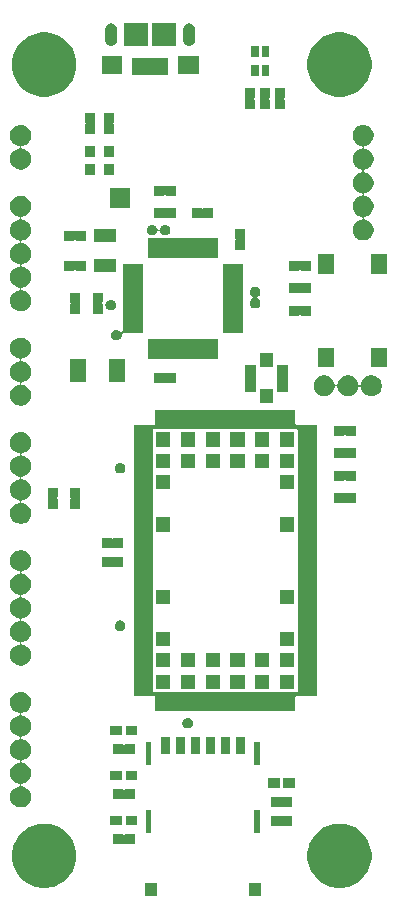
<source format=gbr>
G04 #@! TF.GenerationSoftware,KiCad,Pcbnew,5.0.2-bee76a0~70~ubuntu18.04.1*
G04 #@! TF.CreationDate,2019-09-11T11:18:42+02:00*
G04 #@! TF.ProjectId,easyhive_1_3,65617379-6869-4766-955f-315f332e6b69,rev?*
G04 #@! TF.SameCoordinates,Original*
G04 #@! TF.FileFunction,Soldermask,Top*
G04 #@! TF.FilePolarity,Negative*
%FSLAX46Y46*%
G04 Gerber Fmt 4.6, Leading zero omitted, Abs format (unit mm)*
G04 Created by KiCad (PCBNEW 5.0.2-bee76a0~70~ubuntu18.04.1) date Mi 11 Sep 2019 11:18:42 CEST*
%MOMM*%
%LPD*%
G01*
G04 APERTURE LIST*
%ADD10C,0.100000*%
G04 APERTURE END LIST*
D10*
G36*
X154317100Y-141859600D02*
X153315100Y-141859600D01*
X153315100Y-140757600D01*
X154317100Y-140757600D01*
X154317100Y-141859600D01*
X154317100Y-141859600D01*
G37*
G36*
X145517100Y-141859600D02*
X144515100Y-141859600D01*
X144515100Y-140757600D01*
X145517100Y-140757600D01*
X145517100Y-141859600D01*
X145517100Y-141859600D01*
G37*
G36*
X136531355Y-135837825D02*
X136793911Y-135890051D01*
X137288556Y-136094940D01*
X137727801Y-136388435D01*
X137733727Y-136392394D01*
X138112306Y-136770973D01*
X138112308Y-136770976D01*
X138409760Y-137216144D01*
X138538105Y-137525995D01*
X138614649Y-137710790D01*
X138719100Y-138235899D01*
X138719100Y-138771301D01*
X138614649Y-139296410D01*
X138409761Y-139791054D01*
X138112306Y-140236227D01*
X137733727Y-140614806D01*
X137733724Y-140614808D01*
X137288556Y-140912260D01*
X136793911Y-141117149D01*
X136531355Y-141169375D01*
X136268801Y-141221600D01*
X135733399Y-141221600D01*
X135470845Y-141169375D01*
X135208289Y-141117149D01*
X134713644Y-140912260D01*
X134268476Y-140614808D01*
X134268473Y-140614806D01*
X133889894Y-140236227D01*
X133592439Y-139791054D01*
X133387551Y-139296410D01*
X133283100Y-138771301D01*
X133283100Y-138235899D01*
X133387551Y-137710790D01*
X133464096Y-137525995D01*
X133592440Y-137216144D01*
X133889892Y-136770976D01*
X133889894Y-136770973D01*
X134268473Y-136392394D01*
X134274399Y-136388435D01*
X134713644Y-136094940D01*
X135208289Y-135890051D01*
X135470845Y-135837825D01*
X135733399Y-135785600D01*
X136268801Y-135785600D01*
X136531355Y-135837825D01*
X136531355Y-135837825D01*
G37*
G36*
X161531355Y-135837825D02*
X161793911Y-135890051D01*
X162288556Y-136094940D01*
X162727801Y-136388435D01*
X162733727Y-136392394D01*
X163112306Y-136770973D01*
X163112308Y-136770976D01*
X163409760Y-137216144D01*
X163538105Y-137525995D01*
X163614649Y-137710790D01*
X163719100Y-138235899D01*
X163719100Y-138771301D01*
X163614649Y-139296410D01*
X163409761Y-139791054D01*
X163112306Y-140236227D01*
X162733727Y-140614806D01*
X162733724Y-140614808D01*
X162288556Y-140912260D01*
X161793911Y-141117149D01*
X161531355Y-141169375D01*
X161268801Y-141221600D01*
X160733399Y-141221600D01*
X160470845Y-141169375D01*
X160208289Y-141117149D01*
X159713644Y-140912260D01*
X159268476Y-140614808D01*
X159268473Y-140614806D01*
X158889894Y-140236227D01*
X158592439Y-139791054D01*
X158387551Y-139296410D01*
X158283100Y-138771301D01*
X158283100Y-138235899D01*
X158387551Y-137710790D01*
X158464096Y-137525995D01*
X158592440Y-137216144D01*
X158889892Y-136770976D01*
X158889894Y-136770973D01*
X159268473Y-136392394D01*
X159274399Y-136388435D01*
X159713644Y-136094940D01*
X160208289Y-135890051D01*
X160470845Y-135837825D01*
X160733399Y-135785600D01*
X161268801Y-135785600D01*
X161531355Y-135837825D01*
X161531355Y-135837825D01*
G37*
G36*
X142669296Y-136688399D02*
X142689670Y-136702013D01*
X142712309Y-136711392D01*
X142736342Y-136716174D01*
X142760846Y-136716175D01*
X142784880Y-136711395D01*
X142807519Y-136702019D01*
X142827895Y-136688406D01*
X142836201Y-136680100D01*
X143649600Y-136680100D01*
X143649600Y-137532100D01*
X142836202Y-137532100D01*
X142827904Y-137523801D01*
X142807530Y-137510187D01*
X142784891Y-137500808D01*
X142760858Y-137496026D01*
X142736354Y-137496025D01*
X142712320Y-137500805D01*
X142689681Y-137510181D01*
X142669305Y-137523794D01*
X142660999Y-137532100D01*
X141847600Y-137532100D01*
X141847600Y-136680100D01*
X142660998Y-136680100D01*
X142669296Y-136688399D01*
X142669296Y-136688399D01*
G37*
G36*
X154237100Y-136539600D02*
X153785100Y-136539600D01*
X153785100Y-134637600D01*
X154237100Y-134637600D01*
X154237100Y-136539600D01*
X154237100Y-136539600D01*
G37*
G36*
X145046100Y-136539600D02*
X144594100Y-136539600D01*
X144594100Y-134637600D01*
X145046100Y-134637600D01*
X145046100Y-136539600D01*
X145046100Y-136539600D01*
G37*
G36*
X156004296Y-135100899D02*
X156024670Y-135114513D01*
X156047309Y-135123892D01*
X156071342Y-135128674D01*
X156095846Y-135128675D01*
X156119880Y-135123895D01*
X156142519Y-135114519D01*
X156162895Y-135100906D01*
X156171201Y-135092600D01*
X156984600Y-135092600D01*
X156984600Y-135944600D01*
X156171202Y-135944600D01*
X156162904Y-135936301D01*
X156142530Y-135922687D01*
X156119891Y-135913308D01*
X156095858Y-135908526D01*
X156071354Y-135908525D01*
X156047320Y-135913305D01*
X156024681Y-135922681D01*
X156004305Y-135936294D01*
X155995999Y-135944600D01*
X155182600Y-135944600D01*
X155182600Y-135092600D01*
X155995998Y-135092600D01*
X156004296Y-135100899D01*
X156004296Y-135100899D01*
G37*
G36*
X142599600Y-135919600D02*
X141597600Y-135919600D01*
X141597600Y-135117600D01*
X142599600Y-135117600D01*
X142599600Y-135919600D01*
X142599600Y-135919600D01*
G37*
G36*
X143899600Y-135919600D02*
X142897600Y-135919600D01*
X142897600Y-135117600D01*
X143899600Y-135117600D01*
X143899600Y-135919600D01*
X143899600Y-135919600D01*
G37*
G36*
X134260467Y-124648571D02*
X134260469Y-124648572D01*
X134260470Y-124648572D01*
X134320247Y-124673332D01*
X134422295Y-124715602D01*
X134567935Y-124812916D01*
X134691784Y-124936765D01*
X134789098Y-125082405D01*
X134856129Y-125244233D01*
X134890300Y-125416020D01*
X134890300Y-125591180D01*
X134856129Y-125762967D01*
X134789098Y-125924795D01*
X134691784Y-126070435D01*
X134567935Y-126194284D01*
X134422295Y-126291598D01*
X134320247Y-126333868D01*
X134260470Y-126358628D01*
X134260469Y-126358628D01*
X134260467Y-126358629D01*
X134147992Y-126381002D01*
X134124543Y-126388115D01*
X134102932Y-126399666D01*
X134083990Y-126415212D01*
X134068444Y-126434154D01*
X134056893Y-126455764D01*
X134049780Y-126479214D01*
X134047378Y-126503600D01*
X134049780Y-126527986D01*
X134056893Y-126551435D01*
X134068444Y-126573046D01*
X134083990Y-126591988D01*
X134102932Y-126607534D01*
X134124542Y-126619085D01*
X134147992Y-126626198D01*
X134260467Y-126648571D01*
X134260469Y-126648572D01*
X134260470Y-126648572D01*
X134320247Y-126673332D01*
X134422295Y-126715602D01*
X134567935Y-126812916D01*
X134691784Y-126936765D01*
X134789098Y-127082405D01*
X134856129Y-127244233D01*
X134890300Y-127416020D01*
X134890300Y-127591180D01*
X134856129Y-127762967D01*
X134789098Y-127924795D01*
X134691784Y-128070435D01*
X134567935Y-128194284D01*
X134422295Y-128291598D01*
X134402976Y-128299600D01*
X134260470Y-128358628D01*
X134260469Y-128358628D01*
X134260467Y-128358629D01*
X134147992Y-128381002D01*
X134124543Y-128388115D01*
X134102932Y-128399666D01*
X134083990Y-128415212D01*
X134068444Y-128434154D01*
X134056893Y-128455764D01*
X134049780Y-128479214D01*
X134047378Y-128503600D01*
X134049780Y-128527986D01*
X134056893Y-128551435D01*
X134068444Y-128573046D01*
X134083990Y-128591988D01*
X134102932Y-128607534D01*
X134124542Y-128619085D01*
X134147992Y-128626198D01*
X134260467Y-128648571D01*
X134260469Y-128648572D01*
X134260470Y-128648572D01*
X134320247Y-128673332D01*
X134422295Y-128715602D01*
X134567935Y-128812916D01*
X134691784Y-128936765D01*
X134789098Y-129082405D01*
X134856129Y-129244233D01*
X134890300Y-129416020D01*
X134890300Y-129591180D01*
X134856129Y-129762967D01*
X134789098Y-129924795D01*
X134691784Y-130070435D01*
X134567935Y-130194284D01*
X134422295Y-130291598D01*
X134320247Y-130333868D01*
X134260470Y-130358628D01*
X134260469Y-130358628D01*
X134260467Y-130358629D01*
X134147992Y-130381002D01*
X134124543Y-130388115D01*
X134102932Y-130399666D01*
X134083990Y-130415212D01*
X134068444Y-130434154D01*
X134056893Y-130455764D01*
X134049780Y-130479214D01*
X134047378Y-130503600D01*
X134049780Y-130527986D01*
X134056893Y-130551435D01*
X134068444Y-130573046D01*
X134083990Y-130591988D01*
X134102932Y-130607534D01*
X134124542Y-130619085D01*
X134147992Y-130626198D01*
X134260467Y-130648571D01*
X134260469Y-130648572D01*
X134260470Y-130648572D01*
X134320247Y-130673332D01*
X134422295Y-130715602D01*
X134567935Y-130812916D01*
X134691784Y-130936765D01*
X134789098Y-131082405D01*
X134856129Y-131244233D01*
X134890300Y-131416020D01*
X134890300Y-131591180D01*
X134856129Y-131762967D01*
X134789098Y-131924795D01*
X134691784Y-132070435D01*
X134567935Y-132194284D01*
X134422295Y-132291598D01*
X134320247Y-132333868D01*
X134260470Y-132358628D01*
X134260469Y-132358628D01*
X134260467Y-132358629D01*
X134147992Y-132381002D01*
X134124543Y-132388115D01*
X134102932Y-132399666D01*
X134083990Y-132415212D01*
X134068444Y-132434154D01*
X134056893Y-132455764D01*
X134049780Y-132479214D01*
X134047378Y-132503600D01*
X134049780Y-132527986D01*
X134056893Y-132551435D01*
X134068444Y-132573046D01*
X134083990Y-132591988D01*
X134102932Y-132607534D01*
X134124542Y-132619085D01*
X134147992Y-132626198D01*
X134260467Y-132648571D01*
X134260469Y-132648572D01*
X134260470Y-132648572D01*
X134320247Y-132673332D01*
X134422295Y-132715602D01*
X134567935Y-132812916D01*
X134691784Y-132936765D01*
X134789098Y-133082405D01*
X134856129Y-133244233D01*
X134890300Y-133416020D01*
X134890300Y-133591180D01*
X134856129Y-133762967D01*
X134789098Y-133924795D01*
X134691784Y-134070435D01*
X134567935Y-134194284D01*
X134422295Y-134291598D01*
X134339704Y-134325808D01*
X134260470Y-134358628D01*
X134260469Y-134358628D01*
X134260467Y-134358629D01*
X134088680Y-134392800D01*
X133913520Y-134392800D01*
X133741733Y-134358629D01*
X133741731Y-134358628D01*
X133741730Y-134358628D01*
X133662496Y-134325808D01*
X133579905Y-134291598D01*
X133434265Y-134194284D01*
X133310416Y-134070435D01*
X133213102Y-133924795D01*
X133146071Y-133762967D01*
X133111900Y-133591180D01*
X133111900Y-133416020D01*
X133146071Y-133244233D01*
X133213102Y-133082405D01*
X133310416Y-132936765D01*
X133434265Y-132812916D01*
X133579905Y-132715602D01*
X133681953Y-132673332D01*
X133741730Y-132648572D01*
X133741731Y-132648572D01*
X133741733Y-132648571D01*
X133854208Y-132626198D01*
X133877657Y-132619085D01*
X133899268Y-132607534D01*
X133918210Y-132591988D01*
X133933756Y-132573046D01*
X133945307Y-132551436D01*
X133952420Y-132527986D01*
X133954822Y-132503600D01*
X133952420Y-132479214D01*
X133945307Y-132455765D01*
X133933756Y-132434154D01*
X133918210Y-132415212D01*
X133899268Y-132399666D01*
X133877658Y-132388115D01*
X133854208Y-132381002D01*
X133741733Y-132358629D01*
X133741731Y-132358628D01*
X133741730Y-132358628D01*
X133681953Y-132333868D01*
X133579905Y-132291598D01*
X133434265Y-132194284D01*
X133310416Y-132070435D01*
X133213102Y-131924795D01*
X133146071Y-131762967D01*
X133111900Y-131591180D01*
X133111900Y-131416020D01*
X133146071Y-131244233D01*
X133213102Y-131082405D01*
X133310416Y-130936765D01*
X133434265Y-130812916D01*
X133579905Y-130715602D01*
X133681953Y-130673332D01*
X133741730Y-130648572D01*
X133741731Y-130648572D01*
X133741733Y-130648571D01*
X133854208Y-130626198D01*
X133877657Y-130619085D01*
X133899268Y-130607534D01*
X133918210Y-130591988D01*
X133933756Y-130573046D01*
X133945307Y-130551436D01*
X133952420Y-130527986D01*
X133954822Y-130503600D01*
X133952420Y-130479214D01*
X133945307Y-130455765D01*
X133933756Y-130434154D01*
X133918210Y-130415212D01*
X133899268Y-130399666D01*
X133877658Y-130388115D01*
X133854208Y-130381002D01*
X133741733Y-130358629D01*
X133741731Y-130358628D01*
X133741730Y-130358628D01*
X133681953Y-130333868D01*
X133579905Y-130291598D01*
X133434265Y-130194284D01*
X133310416Y-130070435D01*
X133213102Y-129924795D01*
X133146071Y-129762967D01*
X133111900Y-129591180D01*
X133111900Y-129416020D01*
X133146071Y-129244233D01*
X133213102Y-129082405D01*
X133310416Y-128936765D01*
X133434265Y-128812916D01*
X133579905Y-128715602D01*
X133681953Y-128673332D01*
X133741730Y-128648572D01*
X133741731Y-128648572D01*
X133741733Y-128648571D01*
X133854208Y-128626198D01*
X133877657Y-128619085D01*
X133899268Y-128607534D01*
X133918210Y-128591988D01*
X133933756Y-128573046D01*
X133945307Y-128551436D01*
X133952420Y-128527986D01*
X133954822Y-128503600D01*
X133952420Y-128479214D01*
X133945307Y-128455765D01*
X133933756Y-128434154D01*
X133918210Y-128415212D01*
X133899268Y-128399666D01*
X133877658Y-128388115D01*
X133854208Y-128381002D01*
X133741733Y-128358629D01*
X133741731Y-128358628D01*
X133741730Y-128358628D01*
X133599224Y-128299600D01*
X133579905Y-128291598D01*
X133434265Y-128194284D01*
X133310416Y-128070435D01*
X133213102Y-127924795D01*
X133146071Y-127762967D01*
X133111900Y-127591180D01*
X133111900Y-127416020D01*
X133146071Y-127244233D01*
X133213102Y-127082405D01*
X133310416Y-126936765D01*
X133434265Y-126812916D01*
X133579905Y-126715602D01*
X133681953Y-126673332D01*
X133741730Y-126648572D01*
X133741731Y-126648572D01*
X133741733Y-126648571D01*
X133854208Y-126626198D01*
X133877657Y-126619085D01*
X133899268Y-126607534D01*
X133918210Y-126591988D01*
X133933756Y-126573046D01*
X133945307Y-126551436D01*
X133952420Y-126527986D01*
X133954822Y-126503600D01*
X133952420Y-126479214D01*
X133945307Y-126455765D01*
X133933756Y-126434154D01*
X133918210Y-126415212D01*
X133899268Y-126399666D01*
X133877658Y-126388115D01*
X133854208Y-126381002D01*
X133741733Y-126358629D01*
X133741731Y-126358628D01*
X133741730Y-126358628D01*
X133681953Y-126333868D01*
X133579905Y-126291598D01*
X133434265Y-126194284D01*
X133310416Y-126070435D01*
X133213102Y-125924795D01*
X133146071Y-125762967D01*
X133111900Y-125591180D01*
X133111900Y-125416020D01*
X133146071Y-125244233D01*
X133213102Y-125082405D01*
X133310416Y-124936765D01*
X133434265Y-124812916D01*
X133579905Y-124715602D01*
X133681953Y-124673332D01*
X133741730Y-124648572D01*
X133741731Y-124648572D01*
X133741733Y-124648571D01*
X133913520Y-124614400D01*
X134088680Y-124614400D01*
X134260467Y-124648571D01*
X134260467Y-124648571D01*
G37*
G36*
X156004296Y-133513399D02*
X156024670Y-133527013D01*
X156047309Y-133536392D01*
X156071342Y-133541174D01*
X156095846Y-133541175D01*
X156119880Y-133536395D01*
X156142519Y-133527019D01*
X156162895Y-133513406D01*
X156171201Y-133505100D01*
X156984600Y-133505100D01*
X156984600Y-134357100D01*
X156171202Y-134357100D01*
X156162904Y-134348801D01*
X156142530Y-134335187D01*
X156119891Y-134325808D01*
X156095858Y-134321026D01*
X156071354Y-134321025D01*
X156047320Y-134325805D01*
X156024681Y-134335181D01*
X156004305Y-134348794D01*
X155995999Y-134357100D01*
X155182600Y-134357100D01*
X155182600Y-133505100D01*
X155995998Y-133505100D01*
X156004296Y-133513399D01*
X156004296Y-133513399D01*
G37*
G36*
X142669296Y-132878399D02*
X142689670Y-132892013D01*
X142712309Y-132901392D01*
X142736342Y-132906174D01*
X142760846Y-132906175D01*
X142784880Y-132901395D01*
X142807519Y-132892019D01*
X142827895Y-132878406D01*
X142836201Y-132870100D01*
X143649600Y-132870100D01*
X143649600Y-133722100D01*
X142836202Y-133722100D01*
X142827904Y-133713801D01*
X142807530Y-133700187D01*
X142784891Y-133690808D01*
X142760858Y-133686026D01*
X142736354Y-133686025D01*
X142712320Y-133690805D01*
X142689681Y-133700181D01*
X142669305Y-133713794D01*
X142660999Y-133722100D01*
X141847600Y-133722100D01*
X141847600Y-132870100D01*
X142660998Y-132870100D01*
X142669296Y-132878399D01*
X142669296Y-132878399D01*
G37*
G36*
X155934600Y-132744600D02*
X154932600Y-132744600D01*
X154932600Y-131942600D01*
X155934600Y-131942600D01*
X155934600Y-132744600D01*
X155934600Y-132744600D01*
G37*
G36*
X157234600Y-132744600D02*
X156232600Y-132744600D01*
X156232600Y-131942600D01*
X157234600Y-131942600D01*
X157234600Y-132744600D01*
X157234600Y-132744600D01*
G37*
G36*
X142599600Y-132109600D02*
X141597600Y-132109600D01*
X141597600Y-131307600D01*
X142599600Y-131307600D01*
X142599600Y-132109600D01*
X142599600Y-132109600D01*
G37*
G36*
X143899600Y-132109600D02*
X142897600Y-132109600D01*
X142897600Y-131307600D01*
X143899600Y-131307600D01*
X143899600Y-132109600D01*
X143899600Y-132109600D01*
G37*
G36*
X145046100Y-130789600D02*
X144594100Y-130789600D01*
X144594100Y-128887600D01*
X145046100Y-128887600D01*
X145046100Y-130789600D01*
X145046100Y-130789600D01*
G37*
G36*
X154237100Y-130789600D02*
X153785100Y-130789600D01*
X153785100Y-128887600D01*
X154237100Y-128887600D01*
X154237100Y-130789600D01*
X154237100Y-130789600D01*
G37*
G36*
X142669296Y-129068399D02*
X142689670Y-129082013D01*
X142712309Y-129091392D01*
X142736342Y-129096174D01*
X142760846Y-129096175D01*
X142784880Y-129091395D01*
X142807519Y-129082019D01*
X142827895Y-129068406D01*
X142836201Y-129060100D01*
X143649600Y-129060100D01*
X143649600Y-129912100D01*
X142836202Y-129912100D01*
X142827904Y-129903801D01*
X142807530Y-129890187D01*
X142784891Y-129880808D01*
X142760858Y-129876026D01*
X142736354Y-129876025D01*
X142712320Y-129880805D01*
X142689681Y-129890181D01*
X142669305Y-129903794D01*
X142660999Y-129912100D01*
X141847600Y-129912100D01*
X141847600Y-129060100D01*
X142660998Y-129060100D01*
X142669296Y-129068399D01*
X142669296Y-129068399D01*
G37*
G36*
X150432100Y-129869600D02*
X149680100Y-129869600D01*
X149680100Y-128467600D01*
X150432100Y-128467600D01*
X150432100Y-129869600D01*
X150432100Y-129869600D01*
G37*
G36*
X149162100Y-129869600D02*
X148410100Y-129869600D01*
X148410100Y-128467600D01*
X149162100Y-128467600D01*
X149162100Y-129869600D01*
X149162100Y-129869600D01*
G37*
G36*
X147892100Y-129869600D02*
X147140100Y-129869600D01*
X147140100Y-128467600D01*
X147892100Y-128467600D01*
X147892100Y-129869600D01*
X147892100Y-129869600D01*
G37*
G36*
X146622100Y-129869600D02*
X145870100Y-129869600D01*
X145870100Y-128467600D01*
X146622100Y-128467600D01*
X146622100Y-129869600D01*
X146622100Y-129869600D01*
G37*
G36*
X151702100Y-129869600D02*
X150950100Y-129869600D01*
X150950100Y-128467600D01*
X151702100Y-128467600D01*
X151702100Y-129869600D01*
X151702100Y-129869600D01*
G37*
G36*
X152972100Y-129869600D02*
X152220100Y-129869600D01*
X152220100Y-128467600D01*
X152972100Y-128467600D01*
X152972100Y-129869600D01*
X152972100Y-129869600D01*
G37*
G36*
X143899600Y-128299600D02*
X142897600Y-128299600D01*
X142897600Y-127497600D01*
X143899600Y-127497600D01*
X143899600Y-128299600D01*
X143899600Y-128299600D01*
G37*
G36*
X142599600Y-128299600D02*
X141597600Y-128299600D01*
X141597600Y-127497600D01*
X142599600Y-127497600D01*
X142599600Y-128299600D01*
X142599600Y-128299600D01*
G37*
G36*
X148234087Y-126821265D02*
X148318691Y-126846929D01*
X148396663Y-126888606D01*
X148465006Y-126944694D01*
X148521094Y-127013037D01*
X148562771Y-127091009D01*
X148588435Y-127175613D01*
X148597101Y-127263599D01*
X148597101Y-127263601D01*
X148588435Y-127351587D01*
X148562771Y-127436191D01*
X148521094Y-127514163D01*
X148465006Y-127582506D01*
X148396663Y-127638594D01*
X148318691Y-127680271D01*
X148234087Y-127705935D01*
X148146101Y-127714601D01*
X148146099Y-127714601D01*
X148058113Y-127705935D01*
X147973509Y-127680271D01*
X147895537Y-127638594D01*
X147827194Y-127582506D01*
X147771106Y-127514163D01*
X147729429Y-127436191D01*
X147703765Y-127351587D01*
X147695099Y-127263601D01*
X147695099Y-127263599D01*
X147703765Y-127175613D01*
X147729429Y-127091009D01*
X147771106Y-127013037D01*
X147827194Y-126944694D01*
X147895537Y-126888606D01*
X147973509Y-126846929D01*
X148058113Y-126821265D01*
X148146099Y-126812599D01*
X148146101Y-126812599D01*
X148234087Y-126821265D01*
X148234087Y-126821265D01*
G37*
G36*
X157272100Y-101922600D02*
X157274502Y-101946986D01*
X157281615Y-101970435D01*
X157293166Y-101992046D01*
X157308712Y-102010988D01*
X157327654Y-102026534D01*
X157349265Y-102038085D01*
X157372714Y-102045198D01*
X157397100Y-102047600D01*
X159072100Y-102047600D01*
X159072100Y-124949600D01*
X157397100Y-124949600D01*
X157372714Y-124952002D01*
X157349265Y-124959115D01*
X157327654Y-124970666D01*
X157308712Y-124986212D01*
X157293166Y-125005154D01*
X157281615Y-125026765D01*
X157274502Y-125050214D01*
X157272100Y-125074600D01*
X157272100Y-126249600D01*
X145370100Y-126249600D01*
X145370100Y-125074600D01*
X145367698Y-125050214D01*
X145360585Y-125026765D01*
X145349034Y-125005154D01*
X145333488Y-124986212D01*
X145314546Y-124970666D01*
X145292935Y-124959115D01*
X145269486Y-124952002D01*
X145245100Y-124949600D01*
X143570100Y-124949600D01*
X143570100Y-102474600D01*
X145172100Y-102474600D01*
X145172100Y-124522600D01*
X145174502Y-124546986D01*
X145181615Y-124570435D01*
X145193166Y-124592046D01*
X145208712Y-124610988D01*
X145227654Y-124626534D01*
X145249265Y-124638085D01*
X145272714Y-124645198D01*
X145297100Y-124647600D01*
X157345100Y-124647600D01*
X157369486Y-124645198D01*
X157392935Y-124638085D01*
X157414546Y-124626534D01*
X157433488Y-124610988D01*
X157449034Y-124592046D01*
X157460585Y-124570435D01*
X157467698Y-124546986D01*
X157470100Y-124522600D01*
X157470100Y-102474600D01*
X157467698Y-102450214D01*
X157460585Y-102426765D01*
X157449034Y-102405154D01*
X157433488Y-102386212D01*
X157414546Y-102370666D01*
X157392935Y-102359115D01*
X157369486Y-102352002D01*
X157345100Y-102349600D01*
X145297100Y-102349600D01*
X145272714Y-102352002D01*
X145249265Y-102359115D01*
X145227654Y-102370666D01*
X145208712Y-102386212D01*
X145193166Y-102405154D01*
X145181615Y-102426765D01*
X145174502Y-102450214D01*
X145172100Y-102474600D01*
X143570100Y-102474600D01*
X143570100Y-102047600D01*
X145245100Y-102047600D01*
X145269486Y-102045198D01*
X145292935Y-102038085D01*
X145314546Y-102026534D01*
X145333488Y-102010988D01*
X145349034Y-101992046D01*
X145360585Y-101970435D01*
X145367698Y-101946986D01*
X145370100Y-101922600D01*
X145370100Y-100747600D01*
X157272100Y-100747600D01*
X157272100Y-101922600D01*
X157272100Y-101922600D01*
G37*
G36*
X148772100Y-124349600D02*
X147570100Y-124349600D01*
X147570100Y-123147600D01*
X148772100Y-123147600D01*
X148772100Y-124349600D01*
X148772100Y-124349600D01*
G37*
G36*
X155072100Y-124349600D02*
X153870100Y-124349600D01*
X153870100Y-123147600D01*
X155072100Y-123147600D01*
X155072100Y-124349600D01*
X155072100Y-124349600D01*
G37*
G36*
X152972100Y-124349600D02*
X151770100Y-124349600D01*
X151770100Y-123147600D01*
X152972100Y-123147600D01*
X152972100Y-124349600D01*
X152972100Y-124349600D01*
G37*
G36*
X150872100Y-124349600D02*
X149670100Y-124349600D01*
X149670100Y-123147600D01*
X150872100Y-123147600D01*
X150872100Y-124349600D01*
X150872100Y-124349600D01*
G37*
G36*
X146672100Y-124349600D02*
X145470100Y-124349600D01*
X145470100Y-123147600D01*
X146672100Y-123147600D01*
X146672100Y-124349600D01*
X146672100Y-124349600D01*
G37*
G36*
X157172100Y-124349600D02*
X155970100Y-124349600D01*
X155970100Y-123147600D01*
X157172100Y-123147600D01*
X157172100Y-124349600D01*
X157172100Y-124349600D01*
G37*
G36*
X150872100Y-122549600D02*
X149670100Y-122549600D01*
X149670100Y-121347600D01*
X150872100Y-121347600D01*
X150872100Y-122549600D01*
X150872100Y-122549600D01*
G37*
G36*
X155072100Y-122549600D02*
X153870100Y-122549600D01*
X153870100Y-121347600D01*
X155072100Y-121347600D01*
X155072100Y-122549600D01*
X155072100Y-122549600D01*
G37*
G36*
X152972100Y-122549600D02*
X151770100Y-122549600D01*
X151770100Y-121347600D01*
X152972100Y-121347600D01*
X152972100Y-122549600D01*
X152972100Y-122549600D01*
G37*
G36*
X148772100Y-122549600D02*
X147570100Y-122549600D01*
X147570100Y-121347600D01*
X148772100Y-121347600D01*
X148772100Y-122549600D01*
X148772100Y-122549600D01*
G37*
G36*
X146672100Y-122549600D02*
X145470100Y-122549600D01*
X145470100Y-121347600D01*
X146672100Y-121347600D01*
X146672100Y-122549600D01*
X146672100Y-122549600D01*
G37*
G36*
X157172100Y-122549600D02*
X155970100Y-122549600D01*
X155970100Y-121347600D01*
X157172100Y-121347600D01*
X157172100Y-122549600D01*
X157172100Y-122549600D01*
G37*
G36*
X157172100Y-120749600D02*
X155970100Y-120749600D01*
X155970100Y-119547600D01*
X157172100Y-119547600D01*
X157172100Y-120749600D01*
X157172100Y-120749600D01*
G37*
G36*
X146672100Y-120749600D02*
X145470100Y-120749600D01*
X145470100Y-119547600D01*
X146672100Y-119547600D01*
X146672100Y-120749600D01*
X146672100Y-120749600D01*
G37*
G36*
X157172100Y-117149600D02*
X155970100Y-117149600D01*
X155970100Y-115947600D01*
X157172100Y-115947600D01*
X157172100Y-117149600D01*
X157172100Y-117149600D01*
G37*
G36*
X146672100Y-117149600D02*
X145470100Y-117149600D01*
X145470100Y-115947600D01*
X146672100Y-115947600D01*
X146672100Y-117149600D01*
X146672100Y-117149600D01*
G37*
G36*
X157172100Y-111049600D02*
X155970100Y-111049600D01*
X155970100Y-109847600D01*
X157172100Y-109847600D01*
X157172100Y-111049600D01*
X157172100Y-111049600D01*
G37*
G36*
X146672100Y-111049600D02*
X145470100Y-111049600D01*
X145470100Y-109847600D01*
X146672100Y-109847600D01*
X146672100Y-111049600D01*
X146672100Y-111049600D01*
G37*
G36*
X146672100Y-107449600D02*
X145470100Y-107449600D01*
X145470100Y-106247600D01*
X146672100Y-106247600D01*
X146672100Y-107449600D01*
X146672100Y-107449600D01*
G37*
G36*
X157172100Y-107449600D02*
X155970100Y-107449600D01*
X155970100Y-106247600D01*
X157172100Y-106247600D01*
X157172100Y-107449600D01*
X157172100Y-107449600D01*
G37*
G36*
X148772100Y-105649600D02*
X147570100Y-105649600D01*
X147570100Y-104447600D01*
X148772100Y-104447600D01*
X148772100Y-105649600D01*
X148772100Y-105649600D01*
G37*
G36*
X146672100Y-105649600D02*
X145470100Y-105649600D01*
X145470100Y-104447600D01*
X146672100Y-104447600D01*
X146672100Y-105649600D01*
X146672100Y-105649600D01*
G37*
G36*
X150872100Y-105649600D02*
X149670100Y-105649600D01*
X149670100Y-104447600D01*
X150872100Y-104447600D01*
X150872100Y-105649600D01*
X150872100Y-105649600D01*
G37*
G36*
X155072100Y-105649600D02*
X153870100Y-105649600D01*
X153870100Y-104447600D01*
X155072100Y-104447600D01*
X155072100Y-105649600D01*
X155072100Y-105649600D01*
G37*
G36*
X157172100Y-105649600D02*
X155970100Y-105649600D01*
X155970100Y-104447600D01*
X157172100Y-104447600D01*
X157172100Y-105649600D01*
X157172100Y-105649600D01*
G37*
G36*
X152972100Y-105649600D02*
X151770100Y-105649600D01*
X151770100Y-104447600D01*
X152972100Y-104447600D01*
X152972100Y-105649600D01*
X152972100Y-105649600D01*
G37*
G36*
X155072100Y-103849600D02*
X153870100Y-103849600D01*
X153870100Y-102647600D01*
X155072100Y-102647600D01*
X155072100Y-103849600D01*
X155072100Y-103849600D01*
G37*
G36*
X150872100Y-103849600D02*
X149670100Y-103849600D01*
X149670100Y-102647600D01*
X150872100Y-102647600D01*
X150872100Y-103849600D01*
X150872100Y-103849600D01*
G37*
G36*
X146672100Y-103849600D02*
X145470100Y-103849600D01*
X145470100Y-102647600D01*
X146672100Y-102647600D01*
X146672100Y-103849600D01*
X146672100Y-103849600D01*
G37*
G36*
X152972100Y-103849600D02*
X151770100Y-103849600D01*
X151770100Y-102647600D01*
X152972100Y-102647600D01*
X152972100Y-103849600D01*
X152972100Y-103849600D01*
G37*
G36*
X157172100Y-103849600D02*
X155970100Y-103849600D01*
X155970100Y-102647600D01*
X157172100Y-102647600D01*
X157172100Y-103849600D01*
X157172100Y-103849600D01*
G37*
G36*
X148772100Y-103849600D02*
X147570100Y-103849600D01*
X147570100Y-102647600D01*
X148772100Y-102647600D01*
X148772100Y-103849600D01*
X148772100Y-103849600D01*
G37*
G36*
X134260467Y-112648571D02*
X134260469Y-112648572D01*
X134260470Y-112648572D01*
X134320247Y-112673332D01*
X134422295Y-112715602D01*
X134567935Y-112812916D01*
X134691784Y-112936765D01*
X134789098Y-113082405D01*
X134856129Y-113244233D01*
X134890300Y-113416020D01*
X134890300Y-113591180D01*
X134856129Y-113762967D01*
X134789098Y-113924795D01*
X134691784Y-114070435D01*
X134567935Y-114194284D01*
X134422295Y-114291598D01*
X134320247Y-114333868D01*
X134260470Y-114358628D01*
X134260469Y-114358628D01*
X134260467Y-114358629D01*
X134147992Y-114381002D01*
X134124543Y-114388115D01*
X134102932Y-114399666D01*
X134083990Y-114415212D01*
X134068444Y-114434154D01*
X134056893Y-114455764D01*
X134049780Y-114479214D01*
X134047378Y-114503600D01*
X134049780Y-114527986D01*
X134056893Y-114551435D01*
X134068444Y-114573046D01*
X134083990Y-114591988D01*
X134102932Y-114607534D01*
X134124542Y-114619085D01*
X134147992Y-114626198D01*
X134260467Y-114648571D01*
X134260469Y-114648572D01*
X134260470Y-114648572D01*
X134320247Y-114673332D01*
X134422295Y-114715602D01*
X134567935Y-114812916D01*
X134691784Y-114936765D01*
X134789098Y-115082405D01*
X134856129Y-115244233D01*
X134890300Y-115416020D01*
X134890300Y-115591180D01*
X134856129Y-115762967D01*
X134789098Y-115924795D01*
X134691784Y-116070435D01*
X134567935Y-116194284D01*
X134422295Y-116291598D01*
X134320247Y-116333868D01*
X134260470Y-116358628D01*
X134260469Y-116358628D01*
X134260467Y-116358629D01*
X134147992Y-116381002D01*
X134124543Y-116388115D01*
X134102932Y-116399666D01*
X134083990Y-116415212D01*
X134068444Y-116434154D01*
X134056893Y-116455764D01*
X134049780Y-116479214D01*
X134047378Y-116503600D01*
X134049780Y-116527986D01*
X134056893Y-116551435D01*
X134068444Y-116573046D01*
X134083990Y-116591988D01*
X134102932Y-116607534D01*
X134124542Y-116619085D01*
X134147992Y-116626198D01*
X134260467Y-116648571D01*
X134260469Y-116648572D01*
X134260470Y-116648572D01*
X134320247Y-116673332D01*
X134422295Y-116715602D01*
X134567935Y-116812916D01*
X134691784Y-116936765D01*
X134789098Y-117082405D01*
X134856129Y-117244233D01*
X134890300Y-117416020D01*
X134890300Y-117591180D01*
X134856129Y-117762967D01*
X134789098Y-117924795D01*
X134691784Y-118070435D01*
X134567935Y-118194284D01*
X134422295Y-118291598D01*
X134320247Y-118333868D01*
X134260470Y-118358628D01*
X134260469Y-118358628D01*
X134260467Y-118358629D01*
X134147992Y-118381002D01*
X134124543Y-118388115D01*
X134102932Y-118399666D01*
X134083990Y-118415212D01*
X134068444Y-118434154D01*
X134056893Y-118455764D01*
X134049780Y-118479214D01*
X134047378Y-118503600D01*
X134049780Y-118527986D01*
X134056893Y-118551435D01*
X134068444Y-118573046D01*
X134083990Y-118591988D01*
X134102932Y-118607534D01*
X134124542Y-118619085D01*
X134147992Y-118626198D01*
X134260467Y-118648571D01*
X134260469Y-118648572D01*
X134260470Y-118648572D01*
X134320247Y-118673332D01*
X134422295Y-118715602D01*
X134567935Y-118812916D01*
X134691784Y-118936765D01*
X134789098Y-119082405D01*
X134856129Y-119244233D01*
X134890300Y-119416020D01*
X134890300Y-119591180D01*
X134856129Y-119762967D01*
X134789098Y-119924795D01*
X134691784Y-120070435D01*
X134567935Y-120194284D01*
X134422295Y-120291598D01*
X134320247Y-120333868D01*
X134260470Y-120358628D01*
X134260469Y-120358628D01*
X134260467Y-120358629D01*
X134147992Y-120381002D01*
X134124543Y-120388115D01*
X134102932Y-120399666D01*
X134083990Y-120415212D01*
X134068444Y-120434154D01*
X134056893Y-120455764D01*
X134049780Y-120479214D01*
X134047378Y-120503600D01*
X134049780Y-120527986D01*
X134056893Y-120551435D01*
X134068444Y-120573046D01*
X134083990Y-120591988D01*
X134102932Y-120607534D01*
X134124542Y-120619085D01*
X134147992Y-120626198D01*
X134260467Y-120648571D01*
X134260469Y-120648572D01*
X134260470Y-120648572D01*
X134320247Y-120673332D01*
X134422295Y-120715602D01*
X134567935Y-120812916D01*
X134691784Y-120936765D01*
X134789098Y-121082405D01*
X134856129Y-121244233D01*
X134890300Y-121416020D01*
X134890300Y-121591180D01*
X134856129Y-121762967D01*
X134789098Y-121924795D01*
X134691784Y-122070435D01*
X134567935Y-122194284D01*
X134422295Y-122291598D01*
X134320247Y-122333868D01*
X134260470Y-122358628D01*
X134260469Y-122358628D01*
X134260467Y-122358629D01*
X134088680Y-122392800D01*
X133913520Y-122392800D01*
X133741733Y-122358629D01*
X133741731Y-122358628D01*
X133741730Y-122358628D01*
X133681953Y-122333868D01*
X133579905Y-122291598D01*
X133434265Y-122194284D01*
X133310416Y-122070435D01*
X133213102Y-121924795D01*
X133146071Y-121762967D01*
X133111900Y-121591180D01*
X133111900Y-121416020D01*
X133146071Y-121244233D01*
X133213102Y-121082405D01*
X133310416Y-120936765D01*
X133434265Y-120812916D01*
X133579905Y-120715602D01*
X133681953Y-120673332D01*
X133741730Y-120648572D01*
X133741731Y-120648572D01*
X133741733Y-120648571D01*
X133854208Y-120626198D01*
X133877657Y-120619085D01*
X133899268Y-120607534D01*
X133918210Y-120591988D01*
X133933756Y-120573046D01*
X133945307Y-120551436D01*
X133952420Y-120527986D01*
X133954822Y-120503600D01*
X133952420Y-120479214D01*
X133945307Y-120455765D01*
X133933756Y-120434154D01*
X133918210Y-120415212D01*
X133899268Y-120399666D01*
X133877658Y-120388115D01*
X133854208Y-120381002D01*
X133741733Y-120358629D01*
X133741731Y-120358628D01*
X133741730Y-120358628D01*
X133681953Y-120333868D01*
X133579905Y-120291598D01*
X133434265Y-120194284D01*
X133310416Y-120070435D01*
X133213102Y-119924795D01*
X133146071Y-119762967D01*
X133111900Y-119591180D01*
X133111900Y-119416020D01*
X133146071Y-119244233D01*
X133213102Y-119082405D01*
X133310416Y-118936765D01*
X133434265Y-118812916D01*
X133579905Y-118715602D01*
X133681953Y-118673332D01*
X133741730Y-118648572D01*
X133741731Y-118648572D01*
X133741733Y-118648571D01*
X133854208Y-118626198D01*
X133877657Y-118619085D01*
X133899268Y-118607534D01*
X133918210Y-118591988D01*
X133933756Y-118573046D01*
X133945307Y-118551436D01*
X133952420Y-118527986D01*
X133954822Y-118503600D01*
X133952420Y-118479214D01*
X133945307Y-118455765D01*
X133933756Y-118434154D01*
X133918210Y-118415212D01*
X133899268Y-118399666D01*
X133877658Y-118388115D01*
X133854208Y-118381002D01*
X133741733Y-118358629D01*
X133741731Y-118358628D01*
X133741730Y-118358628D01*
X133681953Y-118333868D01*
X133579905Y-118291598D01*
X133434265Y-118194284D01*
X133310416Y-118070435D01*
X133213102Y-117924795D01*
X133146071Y-117762967D01*
X133111900Y-117591180D01*
X133111900Y-117416020D01*
X133146071Y-117244233D01*
X133213102Y-117082405D01*
X133310416Y-116936765D01*
X133434265Y-116812916D01*
X133579905Y-116715602D01*
X133681953Y-116673332D01*
X133741730Y-116648572D01*
X133741731Y-116648572D01*
X133741733Y-116648571D01*
X133854208Y-116626198D01*
X133877657Y-116619085D01*
X133899268Y-116607534D01*
X133918210Y-116591988D01*
X133933756Y-116573046D01*
X133945307Y-116551436D01*
X133952420Y-116527986D01*
X133954822Y-116503600D01*
X133952420Y-116479214D01*
X133945307Y-116455765D01*
X133933756Y-116434154D01*
X133918210Y-116415212D01*
X133899268Y-116399666D01*
X133877658Y-116388115D01*
X133854208Y-116381002D01*
X133741733Y-116358629D01*
X133741731Y-116358628D01*
X133741730Y-116358628D01*
X133681953Y-116333868D01*
X133579905Y-116291598D01*
X133434265Y-116194284D01*
X133310416Y-116070435D01*
X133213102Y-115924795D01*
X133146071Y-115762967D01*
X133111900Y-115591180D01*
X133111900Y-115416020D01*
X133146071Y-115244233D01*
X133213102Y-115082405D01*
X133310416Y-114936765D01*
X133434265Y-114812916D01*
X133579905Y-114715602D01*
X133681953Y-114673332D01*
X133741730Y-114648572D01*
X133741731Y-114648572D01*
X133741733Y-114648571D01*
X133854208Y-114626198D01*
X133877657Y-114619085D01*
X133899268Y-114607534D01*
X133918210Y-114591988D01*
X133933756Y-114573046D01*
X133945307Y-114551436D01*
X133952420Y-114527986D01*
X133954822Y-114503600D01*
X133952420Y-114479214D01*
X133945307Y-114455765D01*
X133933756Y-114434154D01*
X133918210Y-114415212D01*
X133899268Y-114399666D01*
X133877658Y-114388115D01*
X133854208Y-114381002D01*
X133741733Y-114358629D01*
X133741731Y-114358628D01*
X133741730Y-114358628D01*
X133681953Y-114333868D01*
X133579905Y-114291598D01*
X133434265Y-114194284D01*
X133310416Y-114070435D01*
X133213102Y-113924795D01*
X133146071Y-113762967D01*
X133111900Y-113591180D01*
X133111900Y-113416020D01*
X133146071Y-113244233D01*
X133213102Y-113082405D01*
X133310416Y-112936765D01*
X133434265Y-112812916D01*
X133579905Y-112715602D01*
X133681953Y-112673332D01*
X133741730Y-112648572D01*
X133741731Y-112648572D01*
X133741733Y-112648571D01*
X133913520Y-112614400D01*
X134088680Y-112614400D01*
X134260467Y-112648571D01*
X134260467Y-112648571D01*
G37*
G36*
X142519087Y-118566265D02*
X142603691Y-118591929D01*
X142681663Y-118633606D01*
X142750006Y-118689694D01*
X142806094Y-118758037D01*
X142847771Y-118836009D01*
X142873435Y-118920613D01*
X142882101Y-119008599D01*
X142882101Y-119008601D01*
X142873435Y-119096587D01*
X142847771Y-119181191D01*
X142806094Y-119259163D01*
X142750006Y-119327506D01*
X142681663Y-119383594D01*
X142603691Y-119425271D01*
X142519087Y-119450935D01*
X142431101Y-119459601D01*
X142431099Y-119459601D01*
X142343113Y-119450935D01*
X142258509Y-119425271D01*
X142180537Y-119383594D01*
X142112194Y-119327506D01*
X142056106Y-119259163D01*
X142014429Y-119181191D01*
X141988765Y-119096587D01*
X141980099Y-119008601D01*
X141980099Y-119008599D01*
X141988765Y-118920613D01*
X142014429Y-118836009D01*
X142056106Y-118758037D01*
X142112194Y-118689694D01*
X142180537Y-118633606D01*
X142258509Y-118591929D01*
X142343113Y-118566265D01*
X142431099Y-118557599D01*
X142431101Y-118557599D01*
X142519087Y-118566265D01*
X142519087Y-118566265D01*
G37*
G36*
X141716796Y-113193399D02*
X141737170Y-113207013D01*
X141759809Y-113216392D01*
X141783842Y-113221174D01*
X141808346Y-113221175D01*
X141832380Y-113216395D01*
X141855019Y-113207019D01*
X141875395Y-113193406D01*
X141883701Y-113185100D01*
X142697100Y-113185100D01*
X142697100Y-114037100D01*
X141883702Y-114037100D01*
X141875404Y-114028801D01*
X141855030Y-114015187D01*
X141832391Y-114005808D01*
X141808358Y-114001026D01*
X141783854Y-114001025D01*
X141759820Y-114005805D01*
X141737181Y-114015181D01*
X141716805Y-114028794D01*
X141708499Y-114037100D01*
X140895100Y-114037100D01*
X140895100Y-113185100D01*
X141708498Y-113185100D01*
X141716796Y-113193399D01*
X141716796Y-113193399D01*
G37*
G36*
X141716796Y-111605899D02*
X141737170Y-111619513D01*
X141759809Y-111628892D01*
X141783842Y-111633674D01*
X141808346Y-111633675D01*
X141832380Y-111628895D01*
X141855019Y-111619519D01*
X141875395Y-111605906D01*
X141883701Y-111597600D01*
X142697100Y-111597600D01*
X142697100Y-112449600D01*
X141883702Y-112449600D01*
X141875404Y-112441301D01*
X141855030Y-112427687D01*
X141832391Y-112418308D01*
X141808358Y-112413526D01*
X141783854Y-112413525D01*
X141759820Y-112418305D01*
X141737181Y-112427681D01*
X141716805Y-112441294D01*
X141708499Y-112449600D01*
X140895100Y-112449600D01*
X140895100Y-111597600D01*
X141708498Y-111597600D01*
X141716796Y-111605899D01*
X141716796Y-111605899D01*
G37*
G36*
X134260467Y-102648571D02*
X134260469Y-102648572D01*
X134260470Y-102648572D01*
X134320247Y-102673332D01*
X134422295Y-102715602D01*
X134567935Y-102812916D01*
X134691784Y-102936765D01*
X134789098Y-103082405D01*
X134856129Y-103244233D01*
X134890300Y-103416020D01*
X134890300Y-103591180D01*
X134856129Y-103762967D01*
X134789098Y-103924795D01*
X134691784Y-104070435D01*
X134567935Y-104194284D01*
X134422295Y-104291598D01*
X134320247Y-104333868D01*
X134260470Y-104358628D01*
X134260469Y-104358628D01*
X134260467Y-104358629D01*
X134147992Y-104381002D01*
X134124543Y-104388115D01*
X134102932Y-104399666D01*
X134083990Y-104415212D01*
X134068444Y-104434154D01*
X134056893Y-104455764D01*
X134049780Y-104479214D01*
X134047378Y-104503600D01*
X134049780Y-104527986D01*
X134056893Y-104551435D01*
X134068444Y-104573046D01*
X134083990Y-104591988D01*
X134102932Y-104607534D01*
X134124542Y-104619085D01*
X134147992Y-104626198D01*
X134260467Y-104648571D01*
X134260469Y-104648572D01*
X134260470Y-104648572D01*
X134320247Y-104673332D01*
X134422295Y-104715602D01*
X134567935Y-104812916D01*
X134691784Y-104936765D01*
X134789098Y-105082405D01*
X134856129Y-105244233D01*
X134890300Y-105416020D01*
X134890300Y-105591180D01*
X134856129Y-105762967D01*
X134789098Y-105924795D01*
X134691784Y-106070435D01*
X134567935Y-106194284D01*
X134422295Y-106291598D01*
X134320247Y-106333868D01*
X134260470Y-106358628D01*
X134260469Y-106358628D01*
X134260467Y-106358629D01*
X134147992Y-106381002D01*
X134124543Y-106388115D01*
X134102932Y-106399666D01*
X134083990Y-106415212D01*
X134068444Y-106434154D01*
X134056893Y-106455764D01*
X134049780Y-106479214D01*
X134047378Y-106503600D01*
X134049780Y-106527986D01*
X134056893Y-106551435D01*
X134068444Y-106573046D01*
X134083990Y-106591988D01*
X134102932Y-106607534D01*
X134124542Y-106619085D01*
X134147992Y-106626198D01*
X134260467Y-106648571D01*
X134260469Y-106648572D01*
X134260470Y-106648572D01*
X134274540Y-106654400D01*
X134422295Y-106715602D01*
X134567935Y-106812916D01*
X134691784Y-106936765D01*
X134789098Y-107082405D01*
X134856129Y-107244233D01*
X134876818Y-107348243D01*
X134890300Y-107416021D01*
X134890300Y-107591179D01*
X134856128Y-107762970D01*
X134843397Y-107793705D01*
X134789098Y-107924795D01*
X134691784Y-108070435D01*
X134567935Y-108194284D01*
X134422295Y-108291598D01*
X134338961Y-108326116D01*
X134260470Y-108358628D01*
X134260469Y-108358628D01*
X134260467Y-108358629D01*
X134147992Y-108381002D01*
X134124543Y-108388115D01*
X134102932Y-108399666D01*
X134083990Y-108415212D01*
X134068444Y-108434154D01*
X134056893Y-108455764D01*
X134049780Y-108479214D01*
X134047378Y-108503600D01*
X134049780Y-108527986D01*
X134056893Y-108551435D01*
X134068444Y-108573046D01*
X134083990Y-108591988D01*
X134102932Y-108607534D01*
X134124542Y-108619085D01*
X134147992Y-108626198D01*
X134260467Y-108648571D01*
X134260469Y-108648572D01*
X134260470Y-108648572D01*
X134320247Y-108673332D01*
X134422295Y-108715602D01*
X134567935Y-108812916D01*
X134691784Y-108936765D01*
X134789098Y-109082405D01*
X134856129Y-109244233D01*
X134890300Y-109416020D01*
X134890300Y-109591180D01*
X134856129Y-109762967D01*
X134789098Y-109924795D01*
X134691784Y-110070435D01*
X134567935Y-110194284D01*
X134422295Y-110291598D01*
X134320247Y-110333868D01*
X134260470Y-110358628D01*
X134260469Y-110358628D01*
X134260467Y-110358629D01*
X134088680Y-110392800D01*
X133913520Y-110392800D01*
X133741733Y-110358629D01*
X133741731Y-110358628D01*
X133741730Y-110358628D01*
X133681953Y-110333868D01*
X133579905Y-110291598D01*
X133434265Y-110194284D01*
X133310416Y-110070435D01*
X133213102Y-109924795D01*
X133146071Y-109762967D01*
X133111900Y-109591180D01*
X133111900Y-109416020D01*
X133146071Y-109244233D01*
X133213102Y-109082405D01*
X133310416Y-108936765D01*
X133434265Y-108812916D01*
X133579905Y-108715602D01*
X133681953Y-108673332D01*
X133741730Y-108648572D01*
X133741731Y-108648572D01*
X133741733Y-108648571D01*
X133854208Y-108626198D01*
X133877657Y-108619085D01*
X133899268Y-108607534D01*
X133918210Y-108591988D01*
X133933756Y-108573046D01*
X133945307Y-108551436D01*
X133952420Y-108527986D01*
X133954822Y-108503600D01*
X133952420Y-108479214D01*
X133945307Y-108455765D01*
X133933756Y-108434154D01*
X133918210Y-108415212D01*
X133899268Y-108399666D01*
X133877658Y-108388115D01*
X133854208Y-108381002D01*
X133741733Y-108358629D01*
X133741731Y-108358628D01*
X133741730Y-108358628D01*
X133663239Y-108326116D01*
X133579905Y-108291598D01*
X133434265Y-108194284D01*
X133310416Y-108070435D01*
X133213102Y-107924795D01*
X133158803Y-107793705D01*
X133146072Y-107762970D01*
X133111900Y-107591179D01*
X133111900Y-107416021D01*
X133125382Y-107348243D01*
X133146071Y-107244233D01*
X133213102Y-107082405D01*
X133310416Y-106936765D01*
X133434265Y-106812916D01*
X133579905Y-106715602D01*
X133727660Y-106654400D01*
X133741730Y-106648572D01*
X133741731Y-106648572D01*
X133741733Y-106648571D01*
X133854208Y-106626198D01*
X133877657Y-106619085D01*
X133899268Y-106607534D01*
X133918210Y-106591988D01*
X133933756Y-106573046D01*
X133945307Y-106551436D01*
X133952420Y-106527986D01*
X133954822Y-106503600D01*
X133952420Y-106479214D01*
X133945307Y-106455765D01*
X133933756Y-106434154D01*
X133918210Y-106415212D01*
X133899268Y-106399666D01*
X133877658Y-106388115D01*
X133854208Y-106381002D01*
X133741733Y-106358629D01*
X133741731Y-106358628D01*
X133741730Y-106358628D01*
X133681953Y-106333868D01*
X133579905Y-106291598D01*
X133434265Y-106194284D01*
X133310416Y-106070435D01*
X133213102Y-105924795D01*
X133146071Y-105762967D01*
X133111900Y-105591180D01*
X133111900Y-105416020D01*
X133146071Y-105244233D01*
X133213102Y-105082405D01*
X133310416Y-104936765D01*
X133434265Y-104812916D01*
X133579905Y-104715602D01*
X133681953Y-104673332D01*
X133741730Y-104648572D01*
X133741731Y-104648572D01*
X133741733Y-104648571D01*
X133854208Y-104626198D01*
X133877657Y-104619085D01*
X133899268Y-104607534D01*
X133918210Y-104591988D01*
X133933756Y-104573046D01*
X133945307Y-104551436D01*
X133952420Y-104527986D01*
X133954822Y-104503600D01*
X133952420Y-104479214D01*
X133945307Y-104455765D01*
X133933756Y-104434154D01*
X133918210Y-104415212D01*
X133899268Y-104399666D01*
X133877658Y-104388115D01*
X133854208Y-104381002D01*
X133741733Y-104358629D01*
X133741731Y-104358628D01*
X133741730Y-104358628D01*
X133681953Y-104333868D01*
X133579905Y-104291598D01*
X133434265Y-104194284D01*
X133310416Y-104070435D01*
X133213102Y-103924795D01*
X133146071Y-103762967D01*
X133111900Y-103591180D01*
X133111900Y-103416020D01*
X133146071Y-103244233D01*
X133213102Y-103082405D01*
X133310416Y-102936765D01*
X133434265Y-102812916D01*
X133579905Y-102715602D01*
X133681953Y-102673332D01*
X133741730Y-102648572D01*
X133741731Y-102648572D01*
X133741733Y-102648571D01*
X133913520Y-102614400D01*
X134088680Y-102614400D01*
X134260467Y-102648571D01*
X134260467Y-102648571D01*
G37*
G36*
X139047100Y-108125998D02*
X139038801Y-108134296D01*
X139025187Y-108154670D01*
X139015808Y-108177309D01*
X139011026Y-108201342D01*
X139011025Y-108225846D01*
X139015805Y-108249880D01*
X139025181Y-108272519D01*
X139038794Y-108292895D01*
X139047100Y-108301201D01*
X139047100Y-109114600D01*
X138195100Y-109114600D01*
X138195100Y-108301202D01*
X138203399Y-108292904D01*
X138217013Y-108272530D01*
X138226392Y-108249891D01*
X138231174Y-108225858D01*
X138231175Y-108201354D01*
X138226395Y-108177320D01*
X138217019Y-108154681D01*
X138203406Y-108134305D01*
X138195100Y-108125999D01*
X138195100Y-107312600D01*
X139047100Y-107312600D01*
X139047100Y-108125998D01*
X139047100Y-108125998D01*
G37*
G36*
X137142100Y-108125998D02*
X137133801Y-108134296D01*
X137120187Y-108154670D01*
X137110808Y-108177309D01*
X137106026Y-108201342D01*
X137106025Y-108225846D01*
X137110805Y-108249880D01*
X137120181Y-108272519D01*
X137133794Y-108292895D01*
X137142100Y-108301201D01*
X137142100Y-109114600D01*
X136290100Y-109114600D01*
X136290100Y-108301202D01*
X136298399Y-108292904D01*
X136312013Y-108272530D01*
X136321392Y-108249891D01*
X136326174Y-108225858D01*
X136326175Y-108201354D01*
X136321395Y-108177320D01*
X136312019Y-108154681D01*
X136298406Y-108134305D01*
X136290100Y-108125999D01*
X136290100Y-107312600D01*
X137142100Y-107312600D01*
X137142100Y-108125998D01*
X137142100Y-108125998D01*
G37*
G36*
X161401796Y-107795899D02*
X161422170Y-107809513D01*
X161444809Y-107818892D01*
X161468842Y-107823674D01*
X161493346Y-107823675D01*
X161517380Y-107818895D01*
X161540019Y-107809519D01*
X161560395Y-107795906D01*
X161568701Y-107787600D01*
X162382100Y-107787600D01*
X162382100Y-108639600D01*
X161568702Y-108639600D01*
X161560404Y-108631301D01*
X161540030Y-108617687D01*
X161517391Y-108608308D01*
X161493358Y-108603526D01*
X161468854Y-108603525D01*
X161444820Y-108608305D01*
X161422181Y-108617681D01*
X161401805Y-108631294D01*
X161393499Y-108639600D01*
X160580100Y-108639600D01*
X160580100Y-107787600D01*
X161393498Y-107787600D01*
X161401796Y-107795899D01*
X161401796Y-107795899D01*
G37*
G36*
X161401796Y-105890899D02*
X161422170Y-105904513D01*
X161444809Y-105913892D01*
X161468842Y-105918674D01*
X161493346Y-105918675D01*
X161517380Y-105913895D01*
X161540019Y-105904519D01*
X161560395Y-105890906D01*
X161568701Y-105882600D01*
X162382100Y-105882600D01*
X162382100Y-106734600D01*
X161568702Y-106734600D01*
X161560404Y-106726301D01*
X161540030Y-106712687D01*
X161517391Y-106703308D01*
X161493358Y-106698526D01*
X161468854Y-106698525D01*
X161444820Y-106703305D01*
X161422181Y-106712681D01*
X161401805Y-106726294D01*
X161393499Y-106734600D01*
X160580100Y-106734600D01*
X160580100Y-105882600D01*
X161393498Y-105882600D01*
X161401796Y-105890899D01*
X161401796Y-105890899D01*
G37*
G36*
X142519087Y-105231265D02*
X142603691Y-105256929D01*
X142681663Y-105298606D01*
X142750006Y-105354694D01*
X142806094Y-105423037D01*
X142847771Y-105501009D01*
X142873435Y-105585613D01*
X142882101Y-105673599D01*
X142882101Y-105673601D01*
X142873435Y-105761587D01*
X142847771Y-105846191D01*
X142806094Y-105924163D01*
X142750006Y-105992506D01*
X142681663Y-106048594D01*
X142603691Y-106090271D01*
X142519087Y-106115935D01*
X142431101Y-106124601D01*
X142431099Y-106124601D01*
X142343113Y-106115935D01*
X142258509Y-106090271D01*
X142180537Y-106048594D01*
X142112194Y-105992506D01*
X142056106Y-105924163D01*
X142014429Y-105846191D01*
X141988765Y-105761587D01*
X141980099Y-105673601D01*
X141980099Y-105673599D01*
X141988765Y-105585613D01*
X142014429Y-105501009D01*
X142056106Y-105423037D01*
X142112194Y-105354694D01*
X142180537Y-105298606D01*
X142258509Y-105256929D01*
X142343113Y-105231265D01*
X142431099Y-105222599D01*
X142431101Y-105222599D01*
X142519087Y-105231265D01*
X142519087Y-105231265D01*
G37*
G36*
X161401796Y-103985899D02*
X161422170Y-103999513D01*
X161444809Y-104008892D01*
X161468842Y-104013674D01*
X161493346Y-104013675D01*
X161517380Y-104008895D01*
X161540019Y-103999519D01*
X161560395Y-103985906D01*
X161568701Y-103977600D01*
X162382100Y-103977600D01*
X162382100Y-104829600D01*
X161568702Y-104829600D01*
X161560404Y-104821301D01*
X161540030Y-104807687D01*
X161517391Y-104798308D01*
X161493358Y-104793526D01*
X161468854Y-104793525D01*
X161444820Y-104798305D01*
X161422181Y-104807681D01*
X161401805Y-104821294D01*
X161393499Y-104829600D01*
X160580100Y-104829600D01*
X160580100Y-103977600D01*
X161393498Y-103977600D01*
X161401796Y-103985899D01*
X161401796Y-103985899D01*
G37*
G36*
X161401796Y-102080899D02*
X161422170Y-102094513D01*
X161444809Y-102103892D01*
X161468842Y-102108674D01*
X161493346Y-102108675D01*
X161517380Y-102103895D01*
X161540019Y-102094519D01*
X161560395Y-102080906D01*
X161568701Y-102072600D01*
X162382100Y-102072600D01*
X162382100Y-102924600D01*
X161568702Y-102924600D01*
X161560404Y-102916301D01*
X161540030Y-102902687D01*
X161517391Y-102893308D01*
X161493358Y-102888526D01*
X161468854Y-102888525D01*
X161444820Y-102893305D01*
X161422181Y-102902681D01*
X161401805Y-102916294D01*
X161393499Y-102924600D01*
X160580100Y-102924600D01*
X160580100Y-102072600D01*
X161393498Y-102072600D01*
X161401796Y-102080899D01*
X161401796Y-102080899D01*
G37*
G36*
X134260467Y-94648571D02*
X134260469Y-94648572D01*
X134260470Y-94648572D01*
X134270146Y-94652580D01*
X134422295Y-94715602D01*
X134567935Y-94812916D01*
X134691784Y-94936765D01*
X134789098Y-95082405D01*
X134856129Y-95244233D01*
X134890300Y-95416020D01*
X134890300Y-95591180D01*
X134856129Y-95762967D01*
X134789098Y-95924795D01*
X134691784Y-96070435D01*
X134567935Y-96194284D01*
X134422295Y-96291598D01*
X134320247Y-96333868D01*
X134260470Y-96358628D01*
X134260469Y-96358628D01*
X134260467Y-96358629D01*
X134147992Y-96381002D01*
X134124543Y-96388115D01*
X134102932Y-96399666D01*
X134083990Y-96415212D01*
X134068444Y-96434154D01*
X134056893Y-96455764D01*
X134049780Y-96479214D01*
X134047378Y-96503600D01*
X134049780Y-96527986D01*
X134056893Y-96551435D01*
X134068444Y-96573046D01*
X134083990Y-96591988D01*
X134102932Y-96607534D01*
X134124542Y-96619085D01*
X134147992Y-96626198D01*
X134260467Y-96648571D01*
X134260469Y-96648572D01*
X134260470Y-96648572D01*
X134320247Y-96673332D01*
X134422295Y-96715602D01*
X134567935Y-96812916D01*
X134691784Y-96936765D01*
X134789098Y-97082405D01*
X134856129Y-97244233D01*
X134890300Y-97416020D01*
X134890300Y-97591180D01*
X134856129Y-97762967D01*
X134789098Y-97924795D01*
X134691784Y-98070435D01*
X134567935Y-98194284D01*
X134422295Y-98291598D01*
X134320247Y-98333868D01*
X134260470Y-98358628D01*
X134260469Y-98358628D01*
X134260467Y-98358629D01*
X134147992Y-98381002D01*
X134124543Y-98388115D01*
X134102932Y-98399666D01*
X134083990Y-98415212D01*
X134068444Y-98434154D01*
X134056893Y-98455764D01*
X134049780Y-98479214D01*
X134047378Y-98503600D01*
X134049780Y-98527986D01*
X134056893Y-98551435D01*
X134068444Y-98573046D01*
X134083990Y-98591988D01*
X134102932Y-98607534D01*
X134124542Y-98619085D01*
X134147992Y-98626198D01*
X134260467Y-98648571D01*
X134260469Y-98648572D01*
X134260470Y-98648572D01*
X134320247Y-98673332D01*
X134422295Y-98715602D01*
X134567935Y-98812916D01*
X134691784Y-98936765D01*
X134789098Y-99082405D01*
X134856129Y-99244233D01*
X134890300Y-99416020D01*
X134890300Y-99591180D01*
X134856129Y-99762967D01*
X134789098Y-99924795D01*
X134691784Y-100070435D01*
X134567935Y-100194284D01*
X134422295Y-100291598D01*
X134320247Y-100333868D01*
X134260470Y-100358628D01*
X134260469Y-100358628D01*
X134260467Y-100358629D01*
X134088680Y-100392800D01*
X133913520Y-100392800D01*
X133741733Y-100358629D01*
X133741731Y-100358628D01*
X133741730Y-100358628D01*
X133681953Y-100333868D01*
X133579905Y-100291598D01*
X133434265Y-100194284D01*
X133310416Y-100070435D01*
X133213102Y-99924795D01*
X133146071Y-99762967D01*
X133111900Y-99591180D01*
X133111900Y-99416020D01*
X133146071Y-99244233D01*
X133213102Y-99082405D01*
X133310416Y-98936765D01*
X133434265Y-98812916D01*
X133579905Y-98715602D01*
X133681953Y-98673332D01*
X133741730Y-98648572D01*
X133741731Y-98648572D01*
X133741733Y-98648571D01*
X133854208Y-98626198D01*
X133877657Y-98619085D01*
X133899268Y-98607534D01*
X133918210Y-98591988D01*
X133933756Y-98573046D01*
X133945307Y-98551436D01*
X133952420Y-98527986D01*
X133954822Y-98503600D01*
X133952420Y-98479214D01*
X133945307Y-98455765D01*
X133933756Y-98434154D01*
X133918210Y-98415212D01*
X133899268Y-98399666D01*
X133877658Y-98388115D01*
X133854208Y-98381002D01*
X133741733Y-98358629D01*
X133741731Y-98358628D01*
X133741730Y-98358628D01*
X133681953Y-98333868D01*
X133579905Y-98291598D01*
X133434265Y-98194284D01*
X133310416Y-98070435D01*
X133213102Y-97924795D01*
X133146071Y-97762967D01*
X133111900Y-97591180D01*
X133111900Y-97416020D01*
X133146071Y-97244233D01*
X133213102Y-97082405D01*
X133310416Y-96936765D01*
X133434265Y-96812916D01*
X133579905Y-96715602D01*
X133681953Y-96673332D01*
X133741730Y-96648572D01*
X133741731Y-96648572D01*
X133741733Y-96648571D01*
X133854208Y-96626198D01*
X133877657Y-96619085D01*
X133899268Y-96607534D01*
X133918210Y-96591988D01*
X133933756Y-96573046D01*
X133945307Y-96551436D01*
X133952420Y-96527986D01*
X133954822Y-96503600D01*
X133952420Y-96479214D01*
X133945307Y-96455765D01*
X133933756Y-96434154D01*
X133918210Y-96415212D01*
X133899268Y-96399666D01*
X133877658Y-96388115D01*
X133854208Y-96381002D01*
X133741733Y-96358629D01*
X133741731Y-96358628D01*
X133741730Y-96358628D01*
X133681953Y-96333868D01*
X133579905Y-96291598D01*
X133434265Y-96194284D01*
X133310416Y-96070435D01*
X133213102Y-95924795D01*
X133146071Y-95762967D01*
X133111900Y-95591180D01*
X133111900Y-95416020D01*
X133146071Y-95244233D01*
X133213102Y-95082405D01*
X133310416Y-94936765D01*
X133434265Y-94812916D01*
X133579905Y-94715602D01*
X133732054Y-94652580D01*
X133741730Y-94648572D01*
X133741731Y-94648572D01*
X133741733Y-94648571D01*
X133913520Y-94614400D01*
X134088680Y-94614400D01*
X134260467Y-94648571D01*
X134260467Y-94648571D01*
G37*
G36*
X155364600Y-100154600D02*
X154262600Y-100154600D01*
X154262600Y-99002600D01*
X155364600Y-99002600D01*
X155364600Y-100154600D01*
X155364600Y-100154600D01*
G37*
G36*
X159962967Y-97833571D02*
X159962969Y-97833572D01*
X159962970Y-97833572D01*
X160022747Y-97858332D01*
X160124795Y-97900602D01*
X160270435Y-97997916D01*
X160394284Y-98121765D01*
X160491598Y-98267405D01*
X160491598Y-98267406D01*
X160552822Y-98415212D01*
X160558629Y-98429233D01*
X160581002Y-98541708D01*
X160588115Y-98565157D01*
X160599666Y-98586768D01*
X160615212Y-98605710D01*
X160634154Y-98621256D01*
X160655764Y-98632807D01*
X160679214Y-98639920D01*
X160703600Y-98642322D01*
X160727986Y-98639920D01*
X160751435Y-98632807D01*
X160773046Y-98621256D01*
X160791988Y-98605710D01*
X160807534Y-98586768D01*
X160819085Y-98565158D01*
X160826198Y-98541708D01*
X160848571Y-98429233D01*
X160854379Y-98415212D01*
X160915602Y-98267406D01*
X160915602Y-98267405D01*
X161012916Y-98121765D01*
X161136765Y-97997916D01*
X161282405Y-97900602D01*
X161384453Y-97858332D01*
X161444230Y-97833572D01*
X161444231Y-97833572D01*
X161444233Y-97833571D01*
X161616020Y-97799400D01*
X161791180Y-97799400D01*
X161962967Y-97833571D01*
X161962969Y-97833572D01*
X161962970Y-97833572D01*
X162022747Y-97858332D01*
X162124795Y-97900602D01*
X162270435Y-97997916D01*
X162394284Y-98121765D01*
X162491598Y-98267405D01*
X162491598Y-98267406D01*
X162552822Y-98415212D01*
X162558629Y-98429233D01*
X162581002Y-98541708D01*
X162588115Y-98565157D01*
X162599666Y-98586768D01*
X162615212Y-98605710D01*
X162634154Y-98621256D01*
X162655764Y-98632807D01*
X162679214Y-98639920D01*
X162703600Y-98642322D01*
X162727986Y-98639920D01*
X162751435Y-98632807D01*
X162773046Y-98621256D01*
X162791988Y-98605710D01*
X162807534Y-98586768D01*
X162819085Y-98565158D01*
X162826198Y-98541708D01*
X162848571Y-98429233D01*
X162854379Y-98415212D01*
X162915602Y-98267406D01*
X162915602Y-98267405D01*
X163012916Y-98121765D01*
X163136765Y-97997916D01*
X163282405Y-97900602D01*
X163384453Y-97858332D01*
X163444230Y-97833572D01*
X163444231Y-97833572D01*
X163444233Y-97833571D01*
X163616020Y-97799400D01*
X163791180Y-97799400D01*
X163962967Y-97833571D01*
X163962969Y-97833572D01*
X163962970Y-97833572D01*
X164022747Y-97858332D01*
X164124795Y-97900602D01*
X164270435Y-97997916D01*
X164394284Y-98121765D01*
X164491598Y-98267405D01*
X164491598Y-98267406D01*
X164552822Y-98415212D01*
X164558629Y-98429233D01*
X164592800Y-98601020D01*
X164592800Y-98776180D01*
X164558629Y-98947967D01*
X164491598Y-99109795D01*
X164394284Y-99255435D01*
X164270435Y-99379284D01*
X164124795Y-99476598D01*
X164022747Y-99518868D01*
X163962970Y-99543628D01*
X163962969Y-99543628D01*
X163962967Y-99543629D01*
X163791180Y-99577800D01*
X163616020Y-99577800D01*
X163444233Y-99543629D01*
X163444231Y-99543628D01*
X163444230Y-99543628D01*
X163384453Y-99518868D01*
X163282405Y-99476598D01*
X163136765Y-99379284D01*
X163012916Y-99255435D01*
X162915602Y-99109795D01*
X162848571Y-98947967D01*
X162826198Y-98835492D01*
X162819085Y-98812043D01*
X162807534Y-98790432D01*
X162791988Y-98771490D01*
X162773046Y-98755944D01*
X162751436Y-98744393D01*
X162727986Y-98737280D01*
X162703600Y-98734878D01*
X162679214Y-98737280D01*
X162655765Y-98744393D01*
X162634154Y-98755944D01*
X162615212Y-98771490D01*
X162599666Y-98790432D01*
X162588115Y-98812042D01*
X162581002Y-98835492D01*
X162558629Y-98947967D01*
X162491598Y-99109795D01*
X162394284Y-99255435D01*
X162270435Y-99379284D01*
X162124795Y-99476598D01*
X162022747Y-99518868D01*
X161962970Y-99543628D01*
X161962969Y-99543628D01*
X161962967Y-99543629D01*
X161791180Y-99577800D01*
X161616020Y-99577800D01*
X161444233Y-99543629D01*
X161444231Y-99543628D01*
X161444230Y-99543628D01*
X161384453Y-99518868D01*
X161282405Y-99476598D01*
X161136765Y-99379284D01*
X161012916Y-99255435D01*
X160915602Y-99109795D01*
X160848571Y-98947967D01*
X160826198Y-98835492D01*
X160819085Y-98812043D01*
X160807534Y-98790432D01*
X160791988Y-98771490D01*
X160773046Y-98755944D01*
X160751436Y-98744393D01*
X160727986Y-98737280D01*
X160703600Y-98734878D01*
X160679214Y-98737280D01*
X160655765Y-98744393D01*
X160634154Y-98755944D01*
X160615212Y-98771490D01*
X160599666Y-98790432D01*
X160588115Y-98812042D01*
X160581002Y-98835492D01*
X160558629Y-98947967D01*
X160491598Y-99109795D01*
X160394284Y-99255435D01*
X160270435Y-99379284D01*
X160124795Y-99476598D01*
X160022747Y-99518868D01*
X159962970Y-99543628D01*
X159962969Y-99543628D01*
X159962967Y-99543629D01*
X159791180Y-99577800D01*
X159616020Y-99577800D01*
X159444233Y-99543629D01*
X159444231Y-99543628D01*
X159444230Y-99543628D01*
X159384453Y-99518868D01*
X159282405Y-99476598D01*
X159136765Y-99379284D01*
X159012916Y-99255435D01*
X158915602Y-99109795D01*
X158848571Y-98947967D01*
X158814400Y-98776180D01*
X158814400Y-98601020D01*
X158848571Y-98429233D01*
X158854379Y-98415212D01*
X158915602Y-98267406D01*
X158915602Y-98267405D01*
X159012916Y-98121765D01*
X159136765Y-97997916D01*
X159282405Y-97900602D01*
X159384453Y-97858332D01*
X159444230Y-97833572D01*
X159444231Y-97833572D01*
X159444233Y-97833571D01*
X159616020Y-97799400D01*
X159791180Y-97799400D01*
X159962967Y-97833571D01*
X159962967Y-97833571D01*
G37*
G36*
X153914600Y-99204600D02*
X152962600Y-99204600D01*
X152962600Y-96902600D01*
X153914600Y-96902600D01*
X153914600Y-99204600D01*
X153914600Y-99204600D01*
G37*
G36*
X156664600Y-99204600D02*
X155712600Y-99204600D01*
X155712600Y-96902600D01*
X156664600Y-96902600D01*
X156664600Y-99204600D01*
X156664600Y-99204600D01*
G37*
G36*
X146161796Y-97635899D02*
X146182170Y-97649513D01*
X146204809Y-97658892D01*
X146228842Y-97663674D01*
X146253346Y-97663675D01*
X146277380Y-97658895D01*
X146300019Y-97649519D01*
X146320395Y-97635906D01*
X146328701Y-97627600D01*
X147142100Y-97627600D01*
X147142100Y-98479600D01*
X146328702Y-98479600D01*
X146320404Y-98471301D01*
X146300030Y-98457687D01*
X146277391Y-98448308D01*
X146253358Y-98443526D01*
X146228854Y-98443525D01*
X146204820Y-98448305D01*
X146182181Y-98457681D01*
X146161805Y-98471294D01*
X146153499Y-98479600D01*
X145340100Y-98479600D01*
X145340100Y-97627600D01*
X146153498Y-97627600D01*
X146161796Y-97635899D01*
X146161796Y-97635899D01*
G37*
G36*
X139527100Y-98369600D02*
X138225100Y-98369600D01*
X138225100Y-96467600D01*
X139527100Y-96467600D01*
X139527100Y-98369600D01*
X139527100Y-98369600D01*
G37*
G36*
X142827100Y-98369600D02*
X141525100Y-98369600D01*
X141525100Y-96467600D01*
X142827100Y-96467600D01*
X142827100Y-98369600D01*
X142827100Y-98369600D01*
G37*
G36*
X165067100Y-97134600D02*
X163665100Y-97134600D01*
X163665100Y-95482600D01*
X165067100Y-95482600D01*
X165067100Y-97134600D01*
X165067100Y-97134600D01*
G37*
G36*
X160567100Y-97134600D02*
X159165100Y-97134600D01*
X159165100Y-95482600D01*
X160567100Y-95482600D01*
X160567100Y-97134600D01*
X160567100Y-97134600D01*
G37*
G36*
X155364600Y-97104600D02*
X154262600Y-97104600D01*
X154262600Y-95952600D01*
X155364600Y-95952600D01*
X155364600Y-97104600D01*
X155364600Y-97104600D01*
G37*
G36*
X150697100Y-96419600D02*
X144795100Y-96419600D01*
X144795100Y-94717600D01*
X150697100Y-94717600D01*
X150697100Y-96419600D01*
X150697100Y-96419600D01*
G37*
G36*
X144347100Y-94269600D02*
X142688838Y-94269600D01*
X142664452Y-94272002D01*
X142641003Y-94279115D01*
X142619392Y-94290666D01*
X142600450Y-94306212D01*
X142584904Y-94325154D01*
X142573353Y-94346765D01*
X142566240Y-94370214D01*
X142565263Y-94390105D01*
X142565203Y-94390099D01*
X142564299Y-94399280D01*
X142564601Y-94402349D01*
X142564601Y-94402351D01*
X142555935Y-94490337D01*
X142530271Y-94574941D01*
X142488594Y-94652913D01*
X142432506Y-94721256D01*
X142364163Y-94777344D01*
X142286191Y-94819021D01*
X142201587Y-94844685D01*
X142113601Y-94853351D01*
X142113599Y-94853351D01*
X142025613Y-94844685D01*
X141941009Y-94819021D01*
X141863037Y-94777344D01*
X141794694Y-94721256D01*
X141738606Y-94652913D01*
X141696929Y-94574941D01*
X141671265Y-94490337D01*
X141662599Y-94402351D01*
X141662599Y-94402349D01*
X141671265Y-94314363D01*
X141696929Y-94229759D01*
X141738606Y-94151787D01*
X141794694Y-94083444D01*
X141863037Y-94027356D01*
X141941009Y-93985679D01*
X142025613Y-93960015D01*
X142113599Y-93951349D01*
X142113601Y-93951349D01*
X142201587Y-93960015D01*
X142286191Y-93985679D01*
X142364163Y-94027356D01*
X142432506Y-94083444D01*
X142434461Y-94085826D01*
X142440802Y-94091030D01*
X142461176Y-94104644D01*
X142483816Y-94114021D01*
X142507849Y-94118801D01*
X142532353Y-94118801D01*
X142556387Y-94114020D01*
X142579026Y-94104643D01*
X142599400Y-94091029D01*
X142616727Y-94073701D01*
X142630341Y-94053327D01*
X142639718Y-94030687D01*
X142645100Y-93994403D01*
X142645100Y-88367600D01*
X144347100Y-88367600D01*
X144347100Y-94269600D01*
X144347100Y-94269600D01*
G37*
G36*
X152847100Y-94269600D02*
X151145100Y-94269600D01*
X151145100Y-88367600D01*
X152847100Y-88367600D01*
X152847100Y-94269600D01*
X152847100Y-94269600D01*
G37*
G36*
X157591796Y-91920899D02*
X157612170Y-91934513D01*
X157634809Y-91943892D01*
X157658842Y-91948674D01*
X157683346Y-91948675D01*
X157707380Y-91943895D01*
X157730019Y-91934519D01*
X157750395Y-91920906D01*
X157758701Y-91912600D01*
X158572100Y-91912600D01*
X158572100Y-92764600D01*
X157758702Y-92764600D01*
X157750404Y-92756301D01*
X157730030Y-92742687D01*
X157707391Y-92733308D01*
X157683358Y-92728526D01*
X157658854Y-92728525D01*
X157634820Y-92733305D01*
X157612181Y-92742681D01*
X157591805Y-92756294D01*
X157583499Y-92764600D01*
X156770100Y-92764600D01*
X156770100Y-91912600D01*
X157583498Y-91912600D01*
X157591796Y-91920899D01*
X157591796Y-91920899D01*
G37*
G36*
X140952100Y-91615998D02*
X140943801Y-91624296D01*
X140930187Y-91644670D01*
X140920808Y-91667309D01*
X140916026Y-91691342D01*
X140916025Y-91715846D01*
X140920805Y-91739880D01*
X140930181Y-91762519D01*
X140943794Y-91782895D01*
X140954457Y-91793558D01*
X140961917Y-91811567D01*
X140975532Y-91831941D01*
X140992859Y-91849267D01*
X141013235Y-91862880D01*
X141035874Y-91872257D01*
X141036416Y-91872365D01*
X141018176Y-91879920D01*
X140997802Y-91893534D01*
X140980474Y-91910861D01*
X140966860Y-91931236D01*
X140957483Y-91953875D01*
X140952702Y-91977908D01*
X140952100Y-91990161D01*
X140952100Y-92604600D01*
X140100100Y-92604600D01*
X140100100Y-91791202D01*
X140108399Y-91782904D01*
X140122013Y-91762530D01*
X140131392Y-91739891D01*
X140136174Y-91715858D01*
X140136175Y-91691354D01*
X140131395Y-91667320D01*
X140122019Y-91644681D01*
X140108406Y-91624305D01*
X140100100Y-91615999D01*
X140100100Y-90802600D01*
X140952100Y-90802600D01*
X140952100Y-91615998D01*
X140952100Y-91615998D01*
G37*
G36*
X139047100Y-91615998D02*
X139038801Y-91624296D01*
X139025187Y-91644670D01*
X139015808Y-91667309D01*
X139011026Y-91691342D01*
X139011025Y-91715846D01*
X139015805Y-91739880D01*
X139025181Y-91762519D01*
X139038794Y-91782895D01*
X139047100Y-91791201D01*
X139047100Y-92604600D01*
X138195100Y-92604600D01*
X138195100Y-91791202D01*
X138203399Y-91782904D01*
X138217013Y-91762530D01*
X138226392Y-91739891D01*
X138231174Y-91715858D01*
X138231175Y-91691354D01*
X138226395Y-91667320D01*
X138217019Y-91644681D01*
X138203406Y-91624305D01*
X138195100Y-91615999D01*
X138195100Y-90802600D01*
X139047100Y-90802600D01*
X139047100Y-91615998D01*
X139047100Y-91615998D01*
G37*
G36*
X134260467Y-82648571D02*
X134260469Y-82648572D01*
X134260470Y-82648572D01*
X134310096Y-82669128D01*
X134422295Y-82715602D01*
X134567935Y-82812916D01*
X134691784Y-82936765D01*
X134789098Y-83082405D01*
X134856129Y-83244233D01*
X134890300Y-83416020D01*
X134890300Y-83591180D01*
X134856129Y-83762967D01*
X134789098Y-83924795D01*
X134691784Y-84070435D01*
X134567935Y-84194284D01*
X134422295Y-84291598D01*
X134320247Y-84333868D01*
X134260470Y-84358628D01*
X134260469Y-84358628D01*
X134260467Y-84358629D01*
X134147992Y-84381002D01*
X134124543Y-84388115D01*
X134102932Y-84399666D01*
X134083990Y-84415212D01*
X134068444Y-84434154D01*
X134056893Y-84455764D01*
X134049780Y-84479214D01*
X134047378Y-84503600D01*
X134049780Y-84527986D01*
X134056893Y-84551435D01*
X134068444Y-84573046D01*
X134083990Y-84591988D01*
X134102932Y-84607534D01*
X134124542Y-84619085D01*
X134147992Y-84626198D01*
X134260467Y-84648571D01*
X134260469Y-84648572D01*
X134260470Y-84648572D01*
X134320247Y-84673332D01*
X134422295Y-84715602D01*
X134567935Y-84812916D01*
X134691784Y-84936765D01*
X134789098Y-85082405D01*
X134811859Y-85137356D01*
X134835269Y-85193871D01*
X134856129Y-85244233D01*
X134890300Y-85416020D01*
X134890300Y-85591180D01*
X134856129Y-85762967D01*
X134789098Y-85924795D01*
X134691784Y-86070435D01*
X134567935Y-86194284D01*
X134422295Y-86291598D01*
X134357719Y-86318346D01*
X134260470Y-86358628D01*
X134260469Y-86358628D01*
X134260467Y-86358629D01*
X134147992Y-86381002D01*
X134124543Y-86388115D01*
X134102932Y-86399666D01*
X134083990Y-86415212D01*
X134068444Y-86434154D01*
X134056893Y-86455764D01*
X134049780Y-86479214D01*
X134047378Y-86503600D01*
X134049780Y-86527986D01*
X134056893Y-86551435D01*
X134068444Y-86573046D01*
X134083990Y-86591988D01*
X134102932Y-86607534D01*
X134124542Y-86619085D01*
X134147992Y-86626198D01*
X134260467Y-86648571D01*
X134260469Y-86648572D01*
X134260470Y-86648572D01*
X134320247Y-86673332D01*
X134422295Y-86715602D01*
X134567935Y-86812916D01*
X134691784Y-86936765D01*
X134789098Y-87082405D01*
X134856129Y-87244233D01*
X134890300Y-87416020D01*
X134890300Y-87591180D01*
X134856129Y-87762967D01*
X134789098Y-87924795D01*
X134691784Y-88070435D01*
X134567935Y-88194284D01*
X134422295Y-88291598D01*
X134320247Y-88333868D01*
X134260470Y-88358628D01*
X134260469Y-88358628D01*
X134260467Y-88358629D01*
X134147992Y-88381002D01*
X134124543Y-88388115D01*
X134102932Y-88399666D01*
X134083990Y-88415212D01*
X134068444Y-88434154D01*
X134056893Y-88455764D01*
X134049780Y-88479214D01*
X134047378Y-88503600D01*
X134049780Y-88527986D01*
X134056893Y-88551435D01*
X134068444Y-88573046D01*
X134083990Y-88591988D01*
X134102932Y-88607534D01*
X134124542Y-88619085D01*
X134147992Y-88626198D01*
X134260467Y-88648571D01*
X134260469Y-88648572D01*
X134260470Y-88648572D01*
X134320247Y-88673332D01*
X134422295Y-88715602D01*
X134567935Y-88812916D01*
X134691784Y-88936765D01*
X134789098Y-89082405D01*
X134856129Y-89244233D01*
X134890300Y-89416020D01*
X134890300Y-89591180D01*
X134856129Y-89762967D01*
X134789098Y-89924795D01*
X134691784Y-90070435D01*
X134567935Y-90194284D01*
X134422295Y-90291598D01*
X134379418Y-90309358D01*
X134260470Y-90358628D01*
X134260469Y-90358628D01*
X134260467Y-90358629D01*
X134147992Y-90381002D01*
X134124543Y-90388115D01*
X134102932Y-90399666D01*
X134083990Y-90415212D01*
X134068444Y-90434154D01*
X134056893Y-90455764D01*
X134049780Y-90479214D01*
X134047378Y-90503600D01*
X134049780Y-90527986D01*
X134056893Y-90551435D01*
X134068444Y-90573046D01*
X134083990Y-90591988D01*
X134102932Y-90607534D01*
X134124542Y-90619085D01*
X134147992Y-90626198D01*
X134260467Y-90648571D01*
X134260469Y-90648572D01*
X134260470Y-90648572D01*
X134320247Y-90673332D01*
X134422295Y-90715602D01*
X134567935Y-90812916D01*
X134691784Y-90936765D01*
X134789098Y-91082405D01*
X134789098Y-91082406D01*
X134854211Y-91239601D01*
X134856129Y-91244233D01*
X134890300Y-91416020D01*
X134890300Y-91591180D01*
X134865500Y-91715858D01*
X134856128Y-91762970D01*
X134844434Y-91791201D01*
X134789098Y-91924795D01*
X134691784Y-92070435D01*
X134567935Y-92194284D01*
X134422295Y-92291598D01*
X134369778Y-92313351D01*
X134260470Y-92358628D01*
X134260469Y-92358628D01*
X134260467Y-92358629D01*
X134088680Y-92392800D01*
X133913520Y-92392800D01*
X133741733Y-92358629D01*
X133741731Y-92358628D01*
X133741730Y-92358628D01*
X133632422Y-92313351D01*
X133579905Y-92291598D01*
X133434265Y-92194284D01*
X133310416Y-92070435D01*
X133213102Y-91924795D01*
X133157766Y-91791201D01*
X133146072Y-91762970D01*
X133136701Y-91715858D01*
X133111900Y-91591180D01*
X133111900Y-91416020D01*
X133146071Y-91244233D01*
X133147990Y-91239601D01*
X133213102Y-91082406D01*
X133213102Y-91082405D01*
X133310416Y-90936765D01*
X133434265Y-90812916D01*
X133579905Y-90715602D01*
X133681953Y-90673332D01*
X133741730Y-90648572D01*
X133741731Y-90648572D01*
X133741733Y-90648571D01*
X133854208Y-90626198D01*
X133877657Y-90619085D01*
X133899268Y-90607534D01*
X133918210Y-90591988D01*
X133933756Y-90573046D01*
X133945307Y-90551436D01*
X133952420Y-90527986D01*
X133954822Y-90503600D01*
X133952420Y-90479214D01*
X133945307Y-90455765D01*
X133933756Y-90434154D01*
X133918210Y-90415212D01*
X133899268Y-90399666D01*
X133877658Y-90388115D01*
X133854208Y-90381002D01*
X133741733Y-90358629D01*
X133741731Y-90358628D01*
X133741730Y-90358628D01*
X133622782Y-90309358D01*
X133579905Y-90291598D01*
X133434265Y-90194284D01*
X133310416Y-90070435D01*
X133213102Y-89924795D01*
X133146071Y-89762967D01*
X133111900Y-89591180D01*
X133111900Y-89416020D01*
X133146071Y-89244233D01*
X133213102Y-89082405D01*
X133310416Y-88936765D01*
X133434265Y-88812916D01*
X133579905Y-88715602D01*
X133681953Y-88673332D01*
X133741730Y-88648572D01*
X133741731Y-88648572D01*
X133741733Y-88648571D01*
X133854208Y-88626198D01*
X133877657Y-88619085D01*
X133899268Y-88607534D01*
X133918210Y-88591988D01*
X133933756Y-88573046D01*
X133945307Y-88551436D01*
X133952420Y-88527986D01*
X133954822Y-88503600D01*
X133952420Y-88479214D01*
X133945307Y-88455765D01*
X133933756Y-88434154D01*
X133918210Y-88415212D01*
X133899268Y-88399666D01*
X133877658Y-88388115D01*
X133854208Y-88381002D01*
X133741733Y-88358629D01*
X133741731Y-88358628D01*
X133741730Y-88358628D01*
X133681953Y-88333868D01*
X133579905Y-88291598D01*
X133434265Y-88194284D01*
X133310416Y-88070435D01*
X133213102Y-87924795D01*
X133146071Y-87762967D01*
X133111900Y-87591180D01*
X133111900Y-87416020D01*
X133146071Y-87244233D01*
X133213102Y-87082405D01*
X133310416Y-86936765D01*
X133434265Y-86812916D01*
X133579905Y-86715602D01*
X133681953Y-86673332D01*
X133741730Y-86648572D01*
X133741731Y-86648572D01*
X133741733Y-86648571D01*
X133854208Y-86626198D01*
X133877657Y-86619085D01*
X133899268Y-86607534D01*
X133918210Y-86591988D01*
X133933756Y-86573046D01*
X133945307Y-86551436D01*
X133952420Y-86527986D01*
X133954822Y-86503600D01*
X133952420Y-86479214D01*
X133945307Y-86455765D01*
X133933756Y-86434154D01*
X133918210Y-86415212D01*
X133899268Y-86399666D01*
X133877658Y-86388115D01*
X133854208Y-86381002D01*
X133741733Y-86358629D01*
X133741731Y-86358628D01*
X133741730Y-86358628D01*
X133644481Y-86318346D01*
X133579905Y-86291598D01*
X133434265Y-86194284D01*
X133310416Y-86070435D01*
X133213102Y-85924795D01*
X133146071Y-85762967D01*
X133111900Y-85591180D01*
X133111900Y-85416020D01*
X133146071Y-85244233D01*
X133166932Y-85193871D01*
X133190341Y-85137356D01*
X133213102Y-85082405D01*
X133310416Y-84936765D01*
X133434265Y-84812916D01*
X133579905Y-84715602D01*
X133681953Y-84673332D01*
X133741730Y-84648572D01*
X133741731Y-84648572D01*
X133741733Y-84648571D01*
X133854208Y-84626198D01*
X133877657Y-84619085D01*
X133899268Y-84607534D01*
X133918210Y-84591988D01*
X133933756Y-84573046D01*
X133945307Y-84551436D01*
X133952420Y-84527986D01*
X133954822Y-84503600D01*
X133952420Y-84479214D01*
X133945307Y-84455765D01*
X133933756Y-84434154D01*
X133918210Y-84415212D01*
X133899268Y-84399666D01*
X133877658Y-84388115D01*
X133854208Y-84381002D01*
X133741733Y-84358629D01*
X133741731Y-84358628D01*
X133741730Y-84358628D01*
X133681953Y-84333868D01*
X133579905Y-84291598D01*
X133434265Y-84194284D01*
X133310416Y-84070435D01*
X133213102Y-83924795D01*
X133146071Y-83762967D01*
X133111900Y-83591180D01*
X133111900Y-83416020D01*
X133146071Y-83244233D01*
X133213102Y-83082405D01*
X133310416Y-82936765D01*
X133434265Y-82812916D01*
X133579905Y-82715602D01*
X133692104Y-82669128D01*
X133741730Y-82648572D01*
X133741731Y-82648572D01*
X133741733Y-82648571D01*
X133913520Y-82614400D01*
X134088680Y-82614400D01*
X134260467Y-82648571D01*
X134260467Y-82648571D01*
G37*
G36*
X141725337Y-91420015D02*
X141809941Y-91445679D01*
X141887913Y-91487356D01*
X141956256Y-91543444D01*
X142012344Y-91611787D01*
X142054021Y-91689759D01*
X142079685Y-91774363D01*
X142088351Y-91862349D01*
X142088351Y-91862351D01*
X142079685Y-91950337D01*
X142054021Y-92034941D01*
X142012344Y-92112913D01*
X141956256Y-92181256D01*
X141887913Y-92237344D01*
X141809941Y-92279021D01*
X141725337Y-92304685D01*
X141637351Y-92313351D01*
X141637349Y-92313351D01*
X141549363Y-92304685D01*
X141464759Y-92279021D01*
X141386787Y-92237344D01*
X141318444Y-92181256D01*
X141262356Y-92112913D01*
X141220679Y-92034941D01*
X141195015Y-91950337D01*
X141194941Y-91949586D01*
X141187341Y-91931237D01*
X141173727Y-91910863D01*
X141156400Y-91893535D01*
X141136025Y-91879921D01*
X141113386Y-91870544D01*
X141112837Y-91870435D01*
X141131084Y-91862876D01*
X141151458Y-91849261D01*
X141168784Y-91831934D01*
X141182397Y-91811558D01*
X141191774Y-91788919D01*
X141192811Y-91783703D01*
X141194712Y-91777435D01*
X141195015Y-91774363D01*
X141220679Y-91689759D01*
X141262356Y-91611787D01*
X141318444Y-91543444D01*
X141386787Y-91487356D01*
X141464759Y-91445679D01*
X141549363Y-91420015D01*
X141637349Y-91411349D01*
X141637351Y-91411349D01*
X141725337Y-91420015D01*
X141725337Y-91420015D01*
G37*
G36*
X153949087Y-90308765D02*
X154033691Y-90334429D01*
X154111663Y-90376106D01*
X154180006Y-90432194D01*
X154236094Y-90500537D01*
X154277771Y-90578509D01*
X154303435Y-90663113D01*
X154312101Y-90751099D01*
X154312101Y-90751101D01*
X154303435Y-90839087D01*
X154277771Y-90923691D01*
X154236094Y-91001663D01*
X154180006Y-91070006D01*
X154111663Y-91126094D01*
X154108940Y-91127549D01*
X154105073Y-91130723D01*
X154087746Y-91148050D01*
X154074132Y-91168424D01*
X154064754Y-91191063D01*
X154059973Y-91215096D01*
X154059973Y-91239601D01*
X154064753Y-91263634D01*
X154074130Y-91286273D01*
X154087744Y-91306648D01*
X154105073Y-91323977D01*
X154108940Y-91327151D01*
X154111663Y-91328606D01*
X154180006Y-91384694D01*
X154236094Y-91453037D01*
X154277771Y-91531009D01*
X154303435Y-91615613D01*
X154312101Y-91703599D01*
X154312101Y-91703601D01*
X154303435Y-91791587D01*
X154277771Y-91876191D01*
X154236094Y-91954163D01*
X154180006Y-92022506D01*
X154111663Y-92078594D01*
X154033691Y-92120271D01*
X153949087Y-92145935D01*
X153861101Y-92154601D01*
X153861099Y-92154601D01*
X153773113Y-92145935D01*
X153688509Y-92120271D01*
X153610537Y-92078594D01*
X153542194Y-92022506D01*
X153486106Y-91954163D01*
X153444429Y-91876191D01*
X153418765Y-91791587D01*
X153410099Y-91703601D01*
X153410099Y-91703599D01*
X153418765Y-91615613D01*
X153444429Y-91531009D01*
X153486106Y-91453037D01*
X153542194Y-91384694D01*
X153610537Y-91328606D01*
X153613260Y-91327151D01*
X153617127Y-91323977D01*
X153634454Y-91306650D01*
X153648068Y-91286276D01*
X153657446Y-91263637D01*
X153662227Y-91239604D01*
X153662227Y-91215099D01*
X153657447Y-91191066D01*
X153648070Y-91168427D01*
X153634456Y-91148052D01*
X153617127Y-91130723D01*
X153613260Y-91127549D01*
X153610537Y-91126094D01*
X153542194Y-91070006D01*
X153486106Y-91001663D01*
X153444429Y-90923691D01*
X153418765Y-90839087D01*
X153410099Y-90751101D01*
X153410099Y-90751099D01*
X153418765Y-90663113D01*
X153444429Y-90578509D01*
X153486106Y-90500537D01*
X153542194Y-90432194D01*
X153610537Y-90376106D01*
X153688509Y-90334429D01*
X153773113Y-90308765D01*
X153861099Y-90300099D01*
X153861101Y-90300099D01*
X153949087Y-90308765D01*
X153949087Y-90308765D01*
G37*
G36*
X157591796Y-90015899D02*
X157612170Y-90029513D01*
X157634809Y-90038892D01*
X157658842Y-90043674D01*
X157683346Y-90043675D01*
X157707380Y-90038895D01*
X157730019Y-90029519D01*
X157750395Y-90015906D01*
X157758701Y-90007600D01*
X158572100Y-90007600D01*
X158572100Y-90859600D01*
X157758702Y-90859600D01*
X157750404Y-90851301D01*
X157730030Y-90837687D01*
X157707391Y-90828308D01*
X157683358Y-90823526D01*
X157658854Y-90823525D01*
X157634820Y-90828305D01*
X157612181Y-90837681D01*
X157591805Y-90851294D01*
X157583499Y-90859600D01*
X156770100Y-90859600D01*
X156770100Y-90007600D01*
X157583498Y-90007600D01*
X157591796Y-90015899D01*
X157591796Y-90015899D01*
G37*
G36*
X165067100Y-89194600D02*
X163665100Y-89194600D01*
X163665100Y-87542600D01*
X165067100Y-87542600D01*
X165067100Y-89194600D01*
X165067100Y-89194600D01*
G37*
G36*
X160567100Y-89194600D02*
X159165100Y-89194600D01*
X159165100Y-87542600D01*
X160567100Y-87542600D01*
X160567100Y-89194600D01*
X160567100Y-89194600D01*
G37*
G36*
X142076564Y-87959038D02*
X142084708Y-87961508D01*
X142092208Y-87965517D01*
X142098785Y-87970915D01*
X142104183Y-87977492D01*
X142108192Y-87984992D01*
X142110662Y-87993136D01*
X142112100Y-88007738D01*
X142112100Y-89009462D01*
X142110662Y-89024064D01*
X142108192Y-89032208D01*
X142104183Y-89039708D01*
X142098785Y-89046285D01*
X142092208Y-89051683D01*
X142084708Y-89055692D01*
X142076564Y-89058162D01*
X142061962Y-89059600D01*
X140260238Y-89059600D01*
X140245636Y-89058162D01*
X140237492Y-89055692D01*
X140229992Y-89051683D01*
X140223415Y-89046285D01*
X140218017Y-89039708D01*
X140214008Y-89032208D01*
X140211538Y-89024064D01*
X140210100Y-89009462D01*
X140210100Y-88007738D01*
X140211538Y-87993136D01*
X140214008Y-87984992D01*
X140218017Y-87977492D01*
X140223415Y-87970915D01*
X140229992Y-87965517D01*
X140237492Y-87961508D01*
X140245636Y-87959038D01*
X140260238Y-87957600D01*
X142061962Y-87957600D01*
X142076564Y-87959038D01*
X142076564Y-87959038D01*
G37*
G36*
X138541796Y-88110899D02*
X138562170Y-88124513D01*
X138584809Y-88133892D01*
X138608842Y-88138674D01*
X138633346Y-88138675D01*
X138657380Y-88133895D01*
X138680019Y-88124519D01*
X138700395Y-88110906D01*
X138708701Y-88102600D01*
X139522100Y-88102600D01*
X139522100Y-88954600D01*
X138708702Y-88954600D01*
X138700404Y-88946301D01*
X138680030Y-88932687D01*
X138657391Y-88923308D01*
X138633358Y-88918526D01*
X138608854Y-88918525D01*
X138584820Y-88923305D01*
X138562181Y-88932681D01*
X138541805Y-88946294D01*
X138533499Y-88954600D01*
X137720100Y-88954600D01*
X137720100Y-88102600D01*
X138533498Y-88102600D01*
X138541796Y-88110899D01*
X138541796Y-88110899D01*
G37*
G36*
X157591796Y-88110899D02*
X157612170Y-88124513D01*
X157634809Y-88133892D01*
X157658842Y-88138674D01*
X157683346Y-88138675D01*
X157707380Y-88133895D01*
X157730019Y-88124519D01*
X157750395Y-88110906D01*
X157758701Y-88102600D01*
X158572100Y-88102600D01*
X158572100Y-88954600D01*
X157758702Y-88954600D01*
X157750404Y-88946301D01*
X157730030Y-88932687D01*
X157707391Y-88923308D01*
X157683358Y-88918526D01*
X157658854Y-88918525D01*
X157634820Y-88923305D01*
X157612181Y-88932681D01*
X157591805Y-88946294D01*
X157583499Y-88954600D01*
X156770100Y-88954600D01*
X156770100Y-88102600D01*
X157583498Y-88102600D01*
X157591796Y-88110899D01*
X157591796Y-88110899D01*
G37*
G36*
X150697100Y-87919600D02*
X144795100Y-87919600D01*
X144795100Y-86217600D01*
X150697100Y-86217600D01*
X150697100Y-87919600D01*
X150697100Y-87919600D01*
G37*
G36*
X153017100Y-86218498D02*
X153008801Y-86226796D01*
X152995187Y-86247170D01*
X152985808Y-86269809D01*
X152981026Y-86293842D01*
X152981025Y-86318346D01*
X152985805Y-86342380D01*
X152995181Y-86365019D01*
X153008794Y-86385395D01*
X153017100Y-86393701D01*
X153017100Y-87207100D01*
X152165100Y-87207100D01*
X152165100Y-86393702D01*
X152173399Y-86385404D01*
X152187013Y-86365030D01*
X152196392Y-86342391D01*
X152201174Y-86318358D01*
X152201175Y-86293854D01*
X152196395Y-86269820D01*
X152187019Y-86247181D01*
X152173406Y-86226805D01*
X152165100Y-86218499D01*
X152165100Y-85405100D01*
X153017100Y-85405100D01*
X153017100Y-86218498D01*
X153017100Y-86218498D01*
G37*
G36*
X142076564Y-85459038D02*
X142084708Y-85461508D01*
X142092208Y-85465517D01*
X142098785Y-85470915D01*
X142104183Y-85477492D01*
X142108192Y-85484992D01*
X142110662Y-85493136D01*
X142112100Y-85507738D01*
X142112100Y-86509462D01*
X142110662Y-86524064D01*
X142108192Y-86532208D01*
X142104183Y-86539708D01*
X142098785Y-86546285D01*
X142092208Y-86551683D01*
X142084708Y-86555692D01*
X142076564Y-86558162D01*
X142061962Y-86559600D01*
X140260238Y-86559600D01*
X140245636Y-86558162D01*
X140237492Y-86555692D01*
X140229992Y-86551683D01*
X140223415Y-86546285D01*
X140218017Y-86539708D01*
X140214008Y-86532208D01*
X140211538Y-86524064D01*
X140210100Y-86509462D01*
X140210100Y-85507738D01*
X140211538Y-85493136D01*
X140214008Y-85484992D01*
X140218017Y-85477492D01*
X140223415Y-85470915D01*
X140229992Y-85465517D01*
X140237492Y-85461508D01*
X140245636Y-85459038D01*
X140260238Y-85457600D01*
X142061962Y-85457600D01*
X142076564Y-85459038D01*
X142076564Y-85459038D01*
G37*
G36*
X138541796Y-85570899D02*
X138562170Y-85584513D01*
X138584809Y-85593892D01*
X138608842Y-85598674D01*
X138633346Y-85598675D01*
X138657380Y-85593895D01*
X138680019Y-85584519D01*
X138700395Y-85570906D01*
X138708701Y-85562600D01*
X139522100Y-85562600D01*
X139522100Y-86414600D01*
X138708702Y-86414600D01*
X138700404Y-86406301D01*
X138680030Y-86392687D01*
X138657391Y-86383308D01*
X138633358Y-86378526D01*
X138608854Y-86378525D01*
X138584820Y-86383305D01*
X138562181Y-86392681D01*
X138541805Y-86406294D01*
X138533499Y-86414600D01*
X137720100Y-86414600D01*
X137720100Y-85562600D01*
X138533498Y-85562600D01*
X138541796Y-85570899D01*
X138541796Y-85570899D01*
G37*
G36*
X163260467Y-76648571D02*
X163260469Y-76648572D01*
X163260470Y-76648572D01*
X163320247Y-76673332D01*
X163422295Y-76715602D01*
X163567935Y-76812916D01*
X163691784Y-76936765D01*
X163789098Y-77082405D01*
X163856129Y-77244233D01*
X163890300Y-77416020D01*
X163890300Y-77591180D01*
X163856129Y-77762967D01*
X163789098Y-77924795D01*
X163691784Y-78070435D01*
X163567935Y-78194284D01*
X163422295Y-78291598D01*
X163320247Y-78333868D01*
X163260470Y-78358628D01*
X163260469Y-78358628D01*
X163260467Y-78358629D01*
X163147992Y-78381002D01*
X163124543Y-78388115D01*
X163102932Y-78399666D01*
X163083990Y-78415212D01*
X163068444Y-78434154D01*
X163056893Y-78455764D01*
X163049780Y-78479214D01*
X163047378Y-78503600D01*
X163049780Y-78527986D01*
X163056893Y-78551435D01*
X163068444Y-78573046D01*
X163083990Y-78591988D01*
X163102932Y-78607534D01*
X163124542Y-78619085D01*
X163147992Y-78626198D01*
X163260467Y-78648571D01*
X163260469Y-78648572D01*
X163260470Y-78648572D01*
X163320247Y-78673332D01*
X163422295Y-78715602D01*
X163567935Y-78812916D01*
X163691784Y-78936765D01*
X163789098Y-79082405D01*
X163856129Y-79244233D01*
X163890300Y-79416020D01*
X163890300Y-79591180D01*
X163856129Y-79762967D01*
X163789098Y-79924795D01*
X163691784Y-80070435D01*
X163567935Y-80194284D01*
X163422295Y-80291598D01*
X163320247Y-80333868D01*
X163260470Y-80358628D01*
X163260469Y-80358628D01*
X163260467Y-80358629D01*
X163147992Y-80381002D01*
X163124543Y-80388115D01*
X163102932Y-80399666D01*
X163083990Y-80415212D01*
X163068444Y-80434154D01*
X163056893Y-80455764D01*
X163049780Y-80479214D01*
X163047378Y-80503600D01*
X163049780Y-80527986D01*
X163056893Y-80551435D01*
X163068444Y-80573046D01*
X163083990Y-80591988D01*
X163102932Y-80607534D01*
X163124542Y-80619085D01*
X163147992Y-80626198D01*
X163260467Y-80648571D01*
X163260469Y-80648572D01*
X163260470Y-80648572D01*
X163320247Y-80673332D01*
X163422295Y-80715602D01*
X163567935Y-80812916D01*
X163691784Y-80936765D01*
X163789098Y-81082405D01*
X163856129Y-81244233D01*
X163890300Y-81416020D01*
X163890300Y-81591180D01*
X163856977Y-81758705D01*
X163856128Y-81762970D01*
X163839916Y-81802109D01*
X163789098Y-81924795D01*
X163691784Y-82070435D01*
X163567935Y-82194284D01*
X163422295Y-82291598D01*
X163320247Y-82333868D01*
X163260470Y-82358628D01*
X163260469Y-82358628D01*
X163260467Y-82358629D01*
X163147992Y-82381002D01*
X163124543Y-82388115D01*
X163102932Y-82399666D01*
X163083990Y-82415212D01*
X163068444Y-82434154D01*
X163056893Y-82455764D01*
X163049780Y-82479214D01*
X163047378Y-82503600D01*
X163049780Y-82527986D01*
X163056893Y-82551435D01*
X163068444Y-82573046D01*
X163083990Y-82591988D01*
X163102932Y-82607534D01*
X163124542Y-82619085D01*
X163147992Y-82626198D01*
X163260467Y-82648571D01*
X163260469Y-82648572D01*
X163260470Y-82648572D01*
X163310096Y-82669128D01*
X163422295Y-82715602D01*
X163567935Y-82812916D01*
X163691784Y-82936765D01*
X163789098Y-83082405D01*
X163856129Y-83244233D01*
X163890300Y-83416020D01*
X163890300Y-83591180D01*
X163856129Y-83762967D01*
X163789098Y-83924795D01*
X163691784Y-84070435D01*
X163567935Y-84194284D01*
X163422295Y-84291598D01*
X163320247Y-84333868D01*
X163260470Y-84358628D01*
X163260469Y-84358628D01*
X163260467Y-84358629D01*
X163147992Y-84381002D01*
X163124543Y-84388115D01*
X163102932Y-84399666D01*
X163083990Y-84415212D01*
X163068444Y-84434154D01*
X163056893Y-84455764D01*
X163049780Y-84479214D01*
X163047378Y-84503600D01*
X163049780Y-84527986D01*
X163056893Y-84551435D01*
X163068444Y-84573046D01*
X163083990Y-84591988D01*
X163102932Y-84607534D01*
X163124542Y-84619085D01*
X163147992Y-84626198D01*
X163260467Y-84648571D01*
X163260469Y-84648572D01*
X163260470Y-84648572D01*
X163320247Y-84673332D01*
X163422295Y-84715602D01*
X163567935Y-84812916D01*
X163691784Y-84936765D01*
X163789098Y-85082405D01*
X163811859Y-85137356D01*
X163835269Y-85193871D01*
X163856129Y-85244233D01*
X163890300Y-85416020D01*
X163890300Y-85591180D01*
X163856129Y-85762967D01*
X163789098Y-85924795D01*
X163691784Y-86070435D01*
X163567935Y-86194284D01*
X163422295Y-86291598D01*
X163357719Y-86318346D01*
X163260470Y-86358628D01*
X163260469Y-86358628D01*
X163260467Y-86358629D01*
X163088680Y-86392800D01*
X162913520Y-86392800D01*
X162741733Y-86358629D01*
X162741731Y-86358628D01*
X162741730Y-86358628D01*
X162644481Y-86318346D01*
X162579905Y-86291598D01*
X162434265Y-86194284D01*
X162310416Y-86070435D01*
X162213102Y-85924795D01*
X162146071Y-85762967D01*
X162111900Y-85591180D01*
X162111900Y-85416020D01*
X162146071Y-85244233D01*
X162166932Y-85193871D01*
X162190341Y-85137356D01*
X162213102Y-85082405D01*
X162310416Y-84936765D01*
X162434265Y-84812916D01*
X162579905Y-84715602D01*
X162681953Y-84673332D01*
X162741730Y-84648572D01*
X162741731Y-84648572D01*
X162741733Y-84648571D01*
X162854208Y-84626198D01*
X162877657Y-84619085D01*
X162899268Y-84607534D01*
X162918210Y-84591988D01*
X162933756Y-84573046D01*
X162945307Y-84551436D01*
X162952420Y-84527986D01*
X162954822Y-84503600D01*
X162952420Y-84479214D01*
X162945307Y-84455765D01*
X162933756Y-84434154D01*
X162918210Y-84415212D01*
X162899268Y-84399666D01*
X162877658Y-84388115D01*
X162854208Y-84381002D01*
X162741733Y-84358629D01*
X162741731Y-84358628D01*
X162741730Y-84358628D01*
X162681953Y-84333868D01*
X162579905Y-84291598D01*
X162434265Y-84194284D01*
X162310416Y-84070435D01*
X162213102Y-83924795D01*
X162146071Y-83762967D01*
X162111900Y-83591180D01*
X162111900Y-83416020D01*
X162146071Y-83244233D01*
X162213102Y-83082405D01*
X162310416Y-82936765D01*
X162434265Y-82812916D01*
X162579905Y-82715602D01*
X162692104Y-82669128D01*
X162741730Y-82648572D01*
X162741731Y-82648572D01*
X162741733Y-82648571D01*
X162854208Y-82626198D01*
X162877657Y-82619085D01*
X162899268Y-82607534D01*
X162918210Y-82591988D01*
X162933756Y-82573046D01*
X162945307Y-82551436D01*
X162952420Y-82527986D01*
X162954822Y-82503600D01*
X162952420Y-82479214D01*
X162945307Y-82455765D01*
X162933756Y-82434154D01*
X162918210Y-82415212D01*
X162899268Y-82399666D01*
X162877658Y-82388115D01*
X162854208Y-82381002D01*
X162741733Y-82358629D01*
X162741731Y-82358628D01*
X162741730Y-82358628D01*
X162681953Y-82333868D01*
X162579905Y-82291598D01*
X162434265Y-82194284D01*
X162310416Y-82070435D01*
X162213102Y-81924795D01*
X162162284Y-81802109D01*
X162146072Y-81762970D01*
X162145224Y-81758705D01*
X162111900Y-81591180D01*
X162111900Y-81416020D01*
X162146071Y-81244233D01*
X162213102Y-81082405D01*
X162310416Y-80936765D01*
X162434265Y-80812916D01*
X162579905Y-80715602D01*
X162681953Y-80673332D01*
X162741730Y-80648572D01*
X162741731Y-80648572D01*
X162741733Y-80648571D01*
X162854208Y-80626198D01*
X162877657Y-80619085D01*
X162899268Y-80607534D01*
X162918210Y-80591988D01*
X162933756Y-80573046D01*
X162945307Y-80551436D01*
X162952420Y-80527986D01*
X162954822Y-80503600D01*
X162952420Y-80479214D01*
X162945307Y-80455765D01*
X162933756Y-80434154D01*
X162918210Y-80415212D01*
X162899268Y-80399666D01*
X162877658Y-80388115D01*
X162854208Y-80381002D01*
X162741733Y-80358629D01*
X162741731Y-80358628D01*
X162741730Y-80358628D01*
X162681953Y-80333868D01*
X162579905Y-80291598D01*
X162434265Y-80194284D01*
X162310416Y-80070435D01*
X162213102Y-79924795D01*
X162146071Y-79762967D01*
X162111900Y-79591180D01*
X162111900Y-79416020D01*
X162146071Y-79244233D01*
X162213102Y-79082405D01*
X162310416Y-78936765D01*
X162434265Y-78812916D01*
X162579905Y-78715602D01*
X162681953Y-78673332D01*
X162741730Y-78648572D01*
X162741731Y-78648572D01*
X162741733Y-78648571D01*
X162854208Y-78626198D01*
X162877657Y-78619085D01*
X162899268Y-78607534D01*
X162918210Y-78591988D01*
X162933756Y-78573046D01*
X162945307Y-78551436D01*
X162952420Y-78527986D01*
X162954822Y-78503600D01*
X162952420Y-78479214D01*
X162945307Y-78455765D01*
X162933756Y-78434154D01*
X162918210Y-78415212D01*
X162899268Y-78399666D01*
X162877658Y-78388115D01*
X162854208Y-78381002D01*
X162741733Y-78358629D01*
X162741731Y-78358628D01*
X162741730Y-78358628D01*
X162681953Y-78333868D01*
X162579905Y-78291598D01*
X162434265Y-78194284D01*
X162310416Y-78070435D01*
X162213102Y-77924795D01*
X162146071Y-77762967D01*
X162111900Y-77591180D01*
X162111900Y-77416020D01*
X162146071Y-77244233D01*
X162213102Y-77082405D01*
X162310416Y-76936765D01*
X162434265Y-76812916D01*
X162579905Y-76715602D01*
X162681953Y-76673332D01*
X162741730Y-76648572D01*
X162741731Y-76648572D01*
X162741733Y-76648571D01*
X162913520Y-76614400D01*
X163088680Y-76614400D01*
X163260467Y-76648571D01*
X163260467Y-76648571D01*
G37*
G36*
X145217837Y-85070015D02*
X145302441Y-85095679D01*
X145380413Y-85137356D01*
X145448756Y-85193444D01*
X145504844Y-85261787D01*
X145546521Y-85339759D01*
X145568209Y-85411255D01*
X145575234Y-85428216D01*
X145588848Y-85448590D01*
X145606175Y-85465918D01*
X145626550Y-85479532D01*
X145649189Y-85488909D01*
X145673222Y-85493690D01*
X145697726Y-85493690D01*
X145721760Y-85488910D01*
X145744399Y-85479533D01*
X145764773Y-85465919D01*
X145782101Y-85448592D01*
X145795715Y-85428217D01*
X145802742Y-85411253D01*
X145824429Y-85339759D01*
X145866106Y-85261787D01*
X145922194Y-85193444D01*
X145990537Y-85137356D01*
X146068509Y-85095679D01*
X146153113Y-85070015D01*
X146241099Y-85061349D01*
X146241101Y-85061349D01*
X146329087Y-85070015D01*
X146413691Y-85095679D01*
X146491663Y-85137356D01*
X146560006Y-85193444D01*
X146616094Y-85261787D01*
X146657771Y-85339759D01*
X146683435Y-85424363D01*
X146692101Y-85512349D01*
X146692101Y-85512351D01*
X146683435Y-85600337D01*
X146657771Y-85684941D01*
X146616094Y-85762913D01*
X146560006Y-85831256D01*
X146491663Y-85887344D01*
X146413691Y-85929021D01*
X146329087Y-85954685D01*
X146241101Y-85963351D01*
X146241099Y-85963351D01*
X146153113Y-85954685D01*
X146068509Y-85929021D01*
X145990537Y-85887344D01*
X145922194Y-85831256D01*
X145866106Y-85762913D01*
X145824429Y-85684941D01*
X145802741Y-85613445D01*
X145795716Y-85596484D01*
X145782102Y-85576110D01*
X145764775Y-85558782D01*
X145744400Y-85545168D01*
X145721761Y-85535791D01*
X145697728Y-85531010D01*
X145673224Y-85531010D01*
X145649190Y-85535790D01*
X145626551Y-85545167D01*
X145606177Y-85558781D01*
X145588849Y-85576108D01*
X145575235Y-85596483D01*
X145568208Y-85613447D01*
X145546521Y-85684941D01*
X145504844Y-85762913D01*
X145448756Y-85831256D01*
X145380413Y-85887344D01*
X145302441Y-85929021D01*
X145217837Y-85954685D01*
X145129851Y-85963351D01*
X145129849Y-85963351D01*
X145041863Y-85954685D01*
X144957259Y-85929021D01*
X144879287Y-85887344D01*
X144810944Y-85831256D01*
X144754856Y-85762913D01*
X144713179Y-85684941D01*
X144687515Y-85600337D01*
X144678849Y-85512351D01*
X144678849Y-85512349D01*
X144687515Y-85424363D01*
X144713179Y-85339759D01*
X144754856Y-85261787D01*
X144810944Y-85193444D01*
X144879287Y-85137356D01*
X144957259Y-85095679D01*
X145041863Y-85070015D01*
X145129849Y-85061349D01*
X145129851Y-85061349D01*
X145217837Y-85070015D01*
X145217837Y-85070015D01*
G37*
G36*
X149336796Y-83665899D02*
X149357170Y-83679513D01*
X149379809Y-83688892D01*
X149403842Y-83693674D01*
X149428346Y-83693675D01*
X149452380Y-83688895D01*
X149475019Y-83679519D01*
X149495395Y-83665906D01*
X149503701Y-83657600D01*
X150317100Y-83657600D01*
X150317100Y-84509600D01*
X149503702Y-84509600D01*
X149495404Y-84501301D01*
X149475030Y-84487687D01*
X149452391Y-84478308D01*
X149428358Y-84473526D01*
X149403854Y-84473525D01*
X149379820Y-84478305D01*
X149357181Y-84487681D01*
X149336805Y-84501294D01*
X149328499Y-84509600D01*
X148515100Y-84509600D01*
X148515100Y-83657600D01*
X149328498Y-83657600D01*
X149336796Y-83665899D01*
X149336796Y-83665899D01*
G37*
G36*
X146161796Y-83665899D02*
X146182170Y-83679513D01*
X146204809Y-83688892D01*
X146228842Y-83693674D01*
X146253346Y-83693675D01*
X146277380Y-83688895D01*
X146300019Y-83679519D01*
X146320395Y-83665906D01*
X146328701Y-83657600D01*
X147142100Y-83657600D01*
X147142100Y-84509600D01*
X146328702Y-84509600D01*
X146320404Y-84501301D01*
X146300030Y-84487687D01*
X146277391Y-84478308D01*
X146253358Y-84473526D01*
X146228854Y-84473525D01*
X146204820Y-84478305D01*
X146182181Y-84487681D01*
X146161805Y-84501294D01*
X146153499Y-84509600D01*
X145340100Y-84509600D01*
X145340100Y-83657600D01*
X146153498Y-83657600D01*
X146161796Y-83665899D01*
X146161796Y-83665899D01*
G37*
G36*
X141919175Y-81960198D02*
X141943561Y-81962600D01*
X142918639Y-81962600D01*
X142943025Y-81960198D01*
X142951059Y-81958600D01*
X143011141Y-81958600D01*
X143019175Y-81960198D01*
X143043561Y-81962600D01*
X143282100Y-81962600D01*
X143282100Y-82201139D01*
X143284502Y-82225525D01*
X143286100Y-82233559D01*
X143286100Y-82293641D01*
X143284502Y-82301675D01*
X143282100Y-82326061D01*
X143282100Y-83664600D01*
X141580100Y-83664600D01*
X141580100Y-82326061D01*
X141577698Y-82301675D01*
X141576100Y-82293641D01*
X141576100Y-82233559D01*
X141577698Y-82225525D01*
X141580100Y-82201139D01*
X141580100Y-81962600D01*
X141818639Y-81962600D01*
X141843025Y-81960198D01*
X141851059Y-81958600D01*
X141911141Y-81958600D01*
X141919175Y-81960198D01*
X141919175Y-81960198D01*
G37*
G36*
X146161796Y-81760899D02*
X146182170Y-81774513D01*
X146204809Y-81783892D01*
X146228842Y-81788674D01*
X146253346Y-81788675D01*
X146277380Y-81783895D01*
X146300019Y-81774519D01*
X146320395Y-81760906D01*
X146328701Y-81752600D01*
X147142100Y-81752600D01*
X147142100Y-82604600D01*
X146328702Y-82604600D01*
X146320404Y-82596301D01*
X146300030Y-82582687D01*
X146277391Y-82573308D01*
X146253358Y-82568526D01*
X146228854Y-82568525D01*
X146204820Y-82573305D01*
X146182181Y-82582681D01*
X146161805Y-82596294D01*
X146153499Y-82604600D01*
X145340100Y-82604600D01*
X145340100Y-81752600D01*
X146153498Y-81752600D01*
X146161796Y-81760899D01*
X146161796Y-81760899D01*
G37*
G36*
X140342100Y-80839600D02*
X139440100Y-80839600D01*
X139440100Y-79937600D01*
X140342100Y-79937600D01*
X140342100Y-80839600D01*
X140342100Y-80839600D01*
G37*
G36*
X141929600Y-80839600D02*
X141027600Y-80839600D01*
X141027600Y-79937600D01*
X141929600Y-79937600D01*
X141929600Y-80839600D01*
X141929600Y-80839600D01*
G37*
G36*
X134260467Y-76648571D02*
X134260469Y-76648572D01*
X134260470Y-76648572D01*
X134320247Y-76673332D01*
X134422295Y-76715602D01*
X134567935Y-76812916D01*
X134691784Y-76936765D01*
X134789098Y-77082405D01*
X134856129Y-77244233D01*
X134890300Y-77416020D01*
X134890300Y-77591180D01*
X134856129Y-77762967D01*
X134789098Y-77924795D01*
X134691784Y-78070435D01*
X134567935Y-78194284D01*
X134422295Y-78291598D01*
X134320247Y-78333868D01*
X134260470Y-78358628D01*
X134260469Y-78358628D01*
X134260467Y-78358629D01*
X134147992Y-78381002D01*
X134124543Y-78388115D01*
X134102932Y-78399666D01*
X134083990Y-78415212D01*
X134068444Y-78434154D01*
X134056893Y-78455764D01*
X134049780Y-78479214D01*
X134047378Y-78503600D01*
X134049780Y-78527986D01*
X134056893Y-78551435D01*
X134068444Y-78573046D01*
X134083990Y-78591988D01*
X134102932Y-78607534D01*
X134124542Y-78619085D01*
X134147992Y-78626198D01*
X134260467Y-78648571D01*
X134260469Y-78648572D01*
X134260470Y-78648572D01*
X134320247Y-78673332D01*
X134422295Y-78715602D01*
X134567935Y-78812916D01*
X134691784Y-78936765D01*
X134789098Y-79082405D01*
X134856129Y-79244233D01*
X134890300Y-79416020D01*
X134890300Y-79591180D01*
X134856129Y-79762967D01*
X134789098Y-79924795D01*
X134691784Y-80070435D01*
X134567935Y-80194284D01*
X134422295Y-80291598D01*
X134320247Y-80333868D01*
X134260470Y-80358628D01*
X134260469Y-80358628D01*
X134260467Y-80358629D01*
X134088680Y-80392800D01*
X133913520Y-80392800D01*
X133741733Y-80358629D01*
X133741731Y-80358628D01*
X133741730Y-80358628D01*
X133681953Y-80333868D01*
X133579905Y-80291598D01*
X133434265Y-80194284D01*
X133310416Y-80070435D01*
X133213102Y-79924795D01*
X133146071Y-79762967D01*
X133111900Y-79591180D01*
X133111900Y-79416020D01*
X133146071Y-79244233D01*
X133213102Y-79082405D01*
X133310416Y-78936765D01*
X133434265Y-78812916D01*
X133579905Y-78715602D01*
X133681953Y-78673332D01*
X133741730Y-78648572D01*
X133741731Y-78648572D01*
X133741733Y-78648571D01*
X133854208Y-78626198D01*
X133877657Y-78619085D01*
X133899268Y-78607534D01*
X133918210Y-78591988D01*
X133933756Y-78573046D01*
X133945307Y-78551436D01*
X133952420Y-78527986D01*
X133954822Y-78503600D01*
X133952420Y-78479214D01*
X133945307Y-78455765D01*
X133933756Y-78434154D01*
X133918210Y-78415212D01*
X133899268Y-78399666D01*
X133877658Y-78388115D01*
X133854208Y-78381002D01*
X133741733Y-78358629D01*
X133741731Y-78358628D01*
X133741730Y-78358628D01*
X133681953Y-78333868D01*
X133579905Y-78291598D01*
X133434265Y-78194284D01*
X133310416Y-78070435D01*
X133213102Y-77924795D01*
X133146071Y-77762967D01*
X133111900Y-77591180D01*
X133111900Y-77416020D01*
X133146071Y-77244233D01*
X133213102Y-77082405D01*
X133310416Y-76936765D01*
X133434265Y-76812916D01*
X133579905Y-76715602D01*
X133681953Y-76673332D01*
X133741730Y-76648572D01*
X133741731Y-76648572D01*
X133741733Y-76648571D01*
X133913520Y-76614400D01*
X134088680Y-76614400D01*
X134260467Y-76648571D01*
X134260467Y-76648571D01*
G37*
G36*
X140342100Y-79339600D02*
X139440100Y-79339600D01*
X139440100Y-78437600D01*
X140342100Y-78437600D01*
X140342100Y-79339600D01*
X140342100Y-79339600D01*
G37*
G36*
X141929600Y-79339600D02*
X141027600Y-79339600D01*
X141027600Y-78437600D01*
X141929600Y-78437600D01*
X141929600Y-79339600D01*
X141929600Y-79339600D01*
G37*
G36*
X140317100Y-76375998D02*
X140308801Y-76384296D01*
X140295187Y-76404670D01*
X140285808Y-76427309D01*
X140281026Y-76451342D01*
X140281025Y-76475846D01*
X140285805Y-76499880D01*
X140295181Y-76522519D01*
X140308794Y-76542895D01*
X140317100Y-76551201D01*
X140317100Y-77364600D01*
X139465100Y-77364600D01*
X139465100Y-76551202D01*
X139473399Y-76542904D01*
X139487013Y-76522530D01*
X139496392Y-76499891D01*
X139501174Y-76475858D01*
X139501175Y-76451354D01*
X139496395Y-76427320D01*
X139487019Y-76404681D01*
X139473406Y-76384305D01*
X139465100Y-76375999D01*
X139465100Y-75562600D01*
X140317100Y-75562600D01*
X140317100Y-76375998D01*
X140317100Y-76375998D01*
G37*
G36*
X141904600Y-76375998D02*
X141896301Y-76384296D01*
X141882687Y-76404670D01*
X141873308Y-76427309D01*
X141868526Y-76451342D01*
X141868525Y-76475846D01*
X141873305Y-76499880D01*
X141882681Y-76522519D01*
X141896294Y-76542895D01*
X141904600Y-76551201D01*
X141904600Y-77364600D01*
X141052600Y-77364600D01*
X141052600Y-76551202D01*
X141060899Y-76542904D01*
X141074513Y-76522530D01*
X141083892Y-76499891D01*
X141088674Y-76475858D01*
X141088675Y-76451354D01*
X141083895Y-76427320D01*
X141074519Y-76404681D01*
X141060906Y-76384305D01*
X141052600Y-76375999D01*
X141052600Y-75562600D01*
X141904600Y-75562600D01*
X141904600Y-76375998D01*
X141904600Y-76375998D01*
G37*
G36*
X153817100Y-74300998D02*
X153808801Y-74309296D01*
X153795187Y-74329670D01*
X153785808Y-74352309D01*
X153781026Y-74376342D01*
X153781025Y-74400846D01*
X153785805Y-74424880D01*
X153795181Y-74447519D01*
X153808794Y-74467895D01*
X153817100Y-74476201D01*
X153817100Y-75289600D01*
X152965100Y-75289600D01*
X152965100Y-74476202D01*
X152973399Y-74467904D01*
X152987013Y-74447530D01*
X152996392Y-74424891D01*
X153001174Y-74400858D01*
X153001175Y-74376354D01*
X152996395Y-74352320D01*
X152987019Y-74329681D01*
X152973406Y-74309305D01*
X152965100Y-74300999D01*
X152965100Y-73487600D01*
X153817100Y-73487600D01*
X153817100Y-74300998D01*
X153817100Y-74300998D01*
G37*
G36*
X156357100Y-74300998D02*
X156348801Y-74309296D01*
X156335187Y-74329670D01*
X156325808Y-74352309D01*
X156321026Y-74376342D01*
X156321025Y-74400846D01*
X156325805Y-74424880D01*
X156335181Y-74447519D01*
X156348794Y-74467895D01*
X156357100Y-74476201D01*
X156357100Y-75289600D01*
X155505100Y-75289600D01*
X155505100Y-74476202D01*
X155513399Y-74467904D01*
X155527013Y-74447530D01*
X155536392Y-74424891D01*
X155541174Y-74400858D01*
X155541175Y-74376354D01*
X155536395Y-74352320D01*
X155527019Y-74329681D01*
X155513406Y-74309305D01*
X155505100Y-74300999D01*
X155505100Y-73487600D01*
X156357100Y-73487600D01*
X156357100Y-74300998D01*
X156357100Y-74300998D01*
G37*
G36*
X155087100Y-74300998D02*
X155078801Y-74309296D01*
X155065187Y-74329670D01*
X155055808Y-74352309D01*
X155051026Y-74376342D01*
X155051025Y-74400846D01*
X155055805Y-74424880D01*
X155065181Y-74447519D01*
X155078794Y-74467895D01*
X155087100Y-74476201D01*
X155087100Y-75289600D01*
X154235100Y-75289600D01*
X154235100Y-74476202D01*
X154243399Y-74467904D01*
X154257013Y-74447530D01*
X154266392Y-74424891D01*
X154271174Y-74400858D01*
X154271175Y-74376354D01*
X154266395Y-74352320D01*
X154257019Y-74329681D01*
X154243406Y-74309305D01*
X154235100Y-74300999D01*
X154235100Y-73487600D01*
X155087100Y-73487600D01*
X155087100Y-74300998D01*
X155087100Y-74300998D01*
G37*
G36*
X161531355Y-68837825D02*
X161793911Y-68890051D01*
X162288556Y-69094940D01*
X162727801Y-69388435D01*
X162733727Y-69392394D01*
X163112306Y-69770973D01*
X163112308Y-69770976D01*
X163409760Y-70216144D01*
X163614649Y-70710789D01*
X163719100Y-71235900D01*
X163719100Y-71771300D01*
X163621176Y-72263600D01*
X163614649Y-72296410D01*
X163409761Y-72791054D01*
X163112306Y-73236227D01*
X162733727Y-73614806D01*
X162733724Y-73614808D01*
X162288556Y-73912260D01*
X161793911Y-74117149D01*
X161531356Y-74169374D01*
X161268801Y-74221600D01*
X160733399Y-74221600D01*
X160470844Y-74169374D01*
X160208289Y-74117149D01*
X159713644Y-73912260D01*
X159268476Y-73614808D01*
X159268473Y-73614806D01*
X158889894Y-73236227D01*
X158592439Y-72791054D01*
X158387551Y-72296410D01*
X158381025Y-72263600D01*
X158283100Y-71771300D01*
X158283100Y-71235900D01*
X158387551Y-70710789D01*
X158592440Y-70216144D01*
X158889892Y-69770976D01*
X158889894Y-69770973D01*
X159268473Y-69392394D01*
X159274399Y-69388435D01*
X159713644Y-69094940D01*
X160208289Y-68890051D01*
X160470845Y-68837825D01*
X160733399Y-68785600D01*
X161268801Y-68785600D01*
X161531355Y-68837825D01*
X161531355Y-68837825D01*
G37*
G36*
X136531355Y-68837825D02*
X136793911Y-68890051D01*
X137288556Y-69094940D01*
X137727801Y-69388435D01*
X137733727Y-69392394D01*
X138112306Y-69770973D01*
X138112308Y-69770976D01*
X138409760Y-70216144D01*
X138614649Y-70710789D01*
X138719100Y-71235900D01*
X138719100Y-71771300D01*
X138621176Y-72263600D01*
X138614649Y-72296410D01*
X138409761Y-72791054D01*
X138112306Y-73236227D01*
X137733727Y-73614806D01*
X137733724Y-73614808D01*
X137288556Y-73912260D01*
X136793911Y-74117149D01*
X136531356Y-74169374D01*
X136268801Y-74221600D01*
X135733399Y-74221600D01*
X135470844Y-74169374D01*
X135208289Y-74117149D01*
X134713644Y-73912260D01*
X134268476Y-73614808D01*
X134268473Y-73614806D01*
X133889894Y-73236227D01*
X133592439Y-72791054D01*
X133387551Y-72296410D01*
X133381025Y-72263600D01*
X133283100Y-71771300D01*
X133283100Y-71235900D01*
X133387551Y-70710789D01*
X133592440Y-70216144D01*
X133889892Y-69770976D01*
X133889894Y-69770973D01*
X134268473Y-69392394D01*
X134274399Y-69388435D01*
X134713644Y-69094940D01*
X135208289Y-68890051D01*
X135470845Y-68837825D01*
X135733399Y-68785600D01*
X136268801Y-68785600D01*
X136531355Y-68837825D01*
X136531355Y-68837825D01*
G37*
G36*
X155047100Y-72464600D02*
X154445100Y-72464600D01*
X154445100Y-71562600D01*
X155047100Y-71562600D01*
X155047100Y-72464600D01*
X155047100Y-72464600D01*
G37*
G36*
X154147100Y-72464600D02*
X153545100Y-72464600D01*
X153545100Y-71562600D01*
X154147100Y-71562600D01*
X154147100Y-72464600D01*
X154147100Y-72464600D01*
G37*
G36*
X146522100Y-72363600D02*
X143420100Y-72363600D01*
X143420100Y-70911600D01*
X146522100Y-70911600D01*
X146522100Y-72363600D01*
X146522100Y-72363600D01*
G37*
G36*
X149072100Y-72263600D02*
X147370100Y-72263600D01*
X147370100Y-70761600D01*
X149072100Y-70761600D01*
X149072100Y-72263600D01*
X149072100Y-72263600D01*
G37*
G36*
X142572100Y-72263600D02*
X140870100Y-72263600D01*
X140870100Y-70761600D01*
X142572100Y-70761600D01*
X142572100Y-72263600D01*
X142572100Y-72263600D01*
G37*
G36*
X154147100Y-70864600D02*
X153545100Y-70864600D01*
X153545100Y-69962600D01*
X154147100Y-69962600D01*
X154147100Y-70864600D01*
X154147100Y-70864600D01*
G37*
G36*
X155047100Y-70864600D02*
X154445100Y-70864600D01*
X154445100Y-69962600D01*
X155047100Y-69962600D01*
X155047100Y-70864600D01*
X155047100Y-70864600D01*
G37*
G36*
X144772100Y-69963600D02*
X142770100Y-69963600D01*
X142770100Y-67961600D01*
X144772100Y-67961600D01*
X144772100Y-69963600D01*
X144772100Y-69963600D01*
G37*
G36*
X147172100Y-69963600D02*
X145170100Y-69963600D01*
X145170100Y-67961600D01*
X147172100Y-67961600D01*
X147172100Y-69963600D01*
X147172100Y-69963600D01*
G37*
G36*
X148369313Y-68018849D02*
X148463752Y-68047497D01*
X148550787Y-68094018D01*
X148627075Y-68156625D01*
X148689682Y-68232913D01*
X148736203Y-68319948D01*
X148764851Y-68414387D01*
X148772100Y-68487988D01*
X148772100Y-69437212D01*
X148764851Y-69510813D01*
X148736203Y-69605252D01*
X148689682Y-69692287D01*
X148627075Y-69768575D01*
X148550787Y-69831182D01*
X148463751Y-69877703D01*
X148369312Y-69906351D01*
X148271100Y-69916024D01*
X148172887Y-69906351D01*
X148078448Y-69877703D01*
X147991413Y-69831182D01*
X147915125Y-69768575D01*
X147852518Y-69692287D01*
X147805997Y-69605251D01*
X147777349Y-69510812D01*
X147770100Y-69437211D01*
X147770100Y-68488000D01*
X147770101Y-68487988D01*
X147777350Y-68414387D01*
X147805998Y-68319948D01*
X147852519Y-68232913D01*
X147915126Y-68156625D01*
X147991414Y-68094018D01*
X148078449Y-68047497D01*
X148172888Y-68018849D01*
X148271100Y-68009176D01*
X148369313Y-68018849D01*
X148369313Y-68018849D01*
G37*
G36*
X141769313Y-68018849D02*
X141863752Y-68047497D01*
X141950787Y-68094018D01*
X142027075Y-68156625D01*
X142089682Y-68232913D01*
X142136203Y-68319948D01*
X142164851Y-68414387D01*
X142172100Y-68487988D01*
X142172100Y-69437212D01*
X142164851Y-69510813D01*
X142136203Y-69605252D01*
X142089682Y-69692287D01*
X142027075Y-69768575D01*
X141950787Y-69831182D01*
X141863751Y-69877703D01*
X141769312Y-69906351D01*
X141671100Y-69916024D01*
X141572887Y-69906351D01*
X141478448Y-69877703D01*
X141391413Y-69831182D01*
X141315125Y-69768575D01*
X141252518Y-69692287D01*
X141205997Y-69605251D01*
X141177349Y-69510812D01*
X141170100Y-69437211D01*
X141170100Y-68488000D01*
X141170101Y-68487988D01*
X141177350Y-68414387D01*
X141205998Y-68319948D01*
X141252519Y-68232913D01*
X141315126Y-68156625D01*
X141391414Y-68094018D01*
X141478449Y-68047497D01*
X141572888Y-68018849D01*
X141671100Y-68009176D01*
X141769313Y-68018849D01*
X141769313Y-68018849D01*
G37*
M02*

</source>
